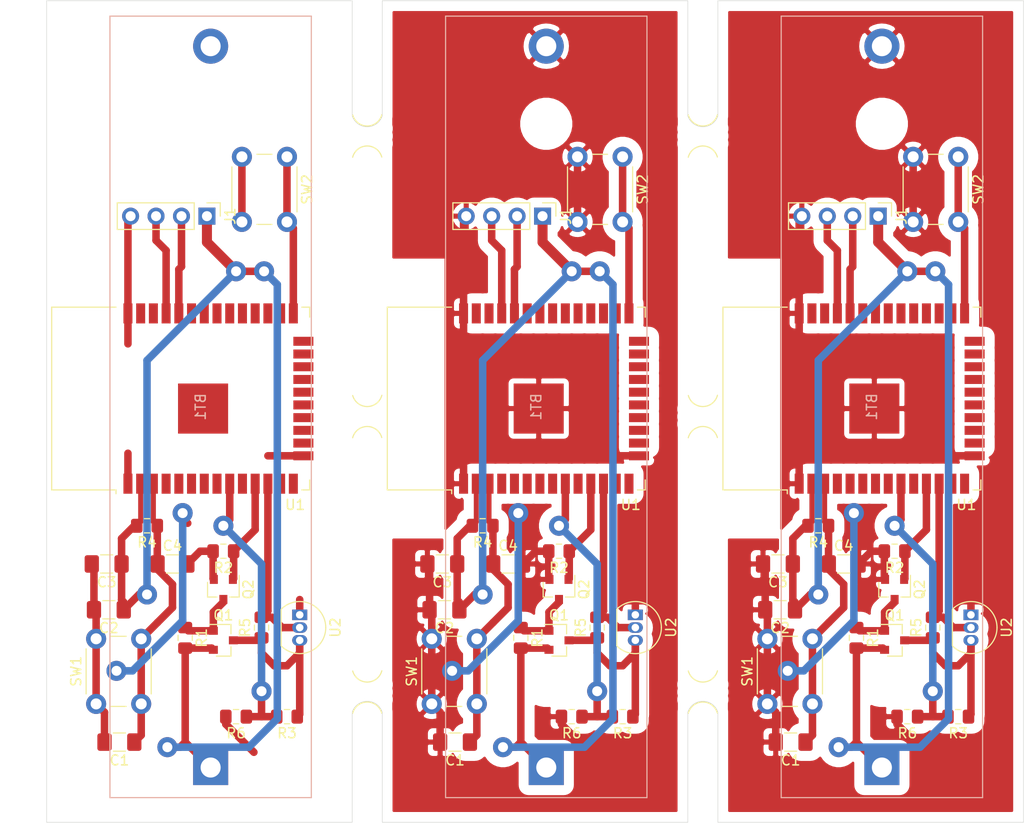
<source format=kicad_pcb>
(kicad_pcb (version 20171130) (host pcbnew 5.1.6-c6e7f7d~87~ubuntu20.04.1)
  (layers (0 F.Cu signal) (31 B.Cu signal) (34 B.Paste user) (35 F.Paste user) (36 B.SilkS user) (37 F.SilkS user) (38 B.Mask user) (39 F.Mask user) (44 Edge.Cuts user))
  (net 0 "")
  (net 1 "Net-(U1-Pad4)")
  (net 2 "Net-(U1-Pad5)")
  (net 3 "Net-(U1-Pad6)")
  (net 4 "Net-(U1-Pad7)")
  (net 5 "Net-(U1-Pad8)")
  (net 6 "Net-(U1-Pad13)")
  (net 7 "Net-(U1-Pad14)")
  (net 8 "Net-(U1-Pad16)")
  (net 9 "Net-(U1-Pad17)")
  (net 10 "Net-(U1-Pad18)")
  (net 11 "Net-(U1-Pad19)")
  (net 12 "Net-(U1-Pad20)")
  (net 13 "Net-(U1-Pad21)")
  (net 14 "Net-(U1-Pad22)")
  (net 15 "Net-(U1-Pad23)")
  (net 16 "Net-(U1-Pad24)")
  (net 17 "Net-(U1-Pad26)")
  (net 18 "Net-(U1-Pad27)")
  (net 19 "Net-(U1-Pad28)")
  (net 20 "Net-(U1-Pad29)")
  (net 21 "Net-(U1-Pad30)")
  (net 22 "Net-(U1-Pad31)")
  (net 23 "Net-(U1-Pad32)")
  (net 24 "Net-(U1-Pad33)")
  (net 25 "Net-(U1-Pad36)")
  (net 26 "Net-(U1-Pad37)")
  (net 27 /EN)
  (net 28 GND)
  (net 29 VCC)
  (net 30 /TX)
  (net 31 /RX)
  (net 32 "Net-(Q1-Pad1)")
  (net 33 /SVDD)
  (net 34 /PC)
  (net 35 "Net-(SW2-Pad1)")
  (net 36 /wire)
  (net 37 "Net-(U1-Pad10)")
  (net 38 /VD)
  (module panel:mouse-bite-3mm-slot (layer F.Cu) (at 88.5 62.5 90)
    (fp_text reference mouse-bite-3mm-slot hide)
    (fp_text value VAL** hide)
    (pad "" np_thru_hole circle (at 0 -1.3 90) (size 0.5 0.5) (drill 0.5) (layers *.Cu *.Mask))
    (pad "" np_thru_hole circle (at 0 1.3 90) (size 0.5 0.5) (drill 0.5) (layers *.Cu *.Mask))
    (pad "" np_thru_hole circle (at 0.75 -1.3 90) (size 0.5 0.5) (drill 0.5) (layers *.Cu *.Mask))
    (pad "" np_thru_hole circle (at -0.75 -1.3 90) (size 0.5 0.5) (drill 0.5) (layers *.Cu *.Mask))
    (pad "" np_thru_hole circle (at -0.75 1.3 90) (size 0.5 0.5) (drill 0.5) (layers *.Cu *.Mask))
    (pad "" np_thru_hole circle (at 0.75 1.3 90) (size 0.5 0.5) (drill 0.5) (layers *.Cu *.Mask))
  )
  (module panel:mouse-bite-3mm-slot (layer F.Cu) (at 88.5 34.5 90)
    (fp_text reference mouse-bite-3mm-slot hide)
    (fp_text value VAL** hide)
    (pad "" np_thru_hole circle (at 0 -1.3 90) (size 0.5 0.5) (drill 0.5) (layers *.Cu *.Mask))
    (pad "" np_thru_hole circle (at 0 1.3 90) (size 0.5 0.5) (drill 0.5) (layers *.Cu *.Mask))
    (pad "" np_thru_hole circle (at 0.75 -1.3 90) (size 0.5 0.5) (drill 0.5) (layers *.Cu *.Mask))
    (pad "" np_thru_hole circle (at -0.75 -1.3 90) (size 0.5 0.5) (drill 0.5) (layers *.Cu *.Mask))
    (pad "" np_thru_hole circle (at -0.75 1.3 90) (size 0.5 0.5) (drill 0.5) (layers *.Cu *.Mask))
    (pad "" np_thru_hole circle (at 0.75 1.3 90) (size 0.5 0.5) (drill 0.5) (layers *.Cu *.Mask))
  )
  (module panel:mouse-bite-3mm-slot (layer F.Cu) (at 88.5 90 90)
    (fp_text reference mouse-bite-3mm-slot hide)
    (fp_text value VAL** hide)
    (pad "" np_thru_hole circle (at 0 -1.3 90) (size 0.5 0.5) (drill 0.5) (layers *.Cu *.Mask))
    (pad "" np_thru_hole circle (at 0 1.3 90) (size 0.5 0.5) (drill 0.5) (layers *.Cu *.Mask))
    (pad "" np_thru_hole circle (at 0.75 -1.3 90) (size 0.5 0.5) (drill 0.5) (layers *.Cu *.Mask))
    (pad "" np_thru_hole circle (at -0.75 -1.3 90) (size 0.5 0.5) (drill 0.5) (layers *.Cu *.Mask))
    (pad "" np_thru_hole circle (at -0.75 1.3 90) (size 0.5 0.5) (drill 0.5) (layers *.Cu *.Mask))
    (pad "" np_thru_hole circle (at 0.75 1.3 90) (size 0.5 0.5) (drill 0.5) (layers *.Cu *.Mask))
  )
  (module Button_Switch_THT:SW_PUSH_6mm_H4.3mm (layer F.Cu) (at 113.99 36.576 270)
    (fp_text reference SW2 (at 3.25 -2 90) (layer F.SilkS))
    (fp_text value SW_Push)
    (pad 1 thru_hole circle (at 6.5 0) (size 2 2) (drill 1.1) (layers *.Cu *.Mask) (net 35 "Net-(SW2-Pad1)"))
    (pad 2 thru_hole circle (at 6.5 4.5) (size 2 2) (drill 1.1) (layers *.Cu *.Mask) (net 28 GND))
    (pad 1 thru_hole circle (at 0 0) (size 2 2) (drill 1.1) (layers *.Cu *.Mask) (net 35 "Net-(SW2-Pad1)"))
    (pad 2 thru_hole circle (at 0 4.5) (size 2 2) (drill 1.1) (layers *.Cu *.Mask) (net 28 GND))
  )
  (module Button_Switch_THT:SW_PUSH_6mm_H4.3mm (layer F.Cu) (at 80.49 36.576 270)
    (fp_text reference SW2 (at 3.25 -2 90) (layer F.SilkS))
    (fp_text value SW_Push)
    (pad 1 thru_hole circle (at 6.5 0) (size 2 2) (drill 1.1) (layers *.Cu *.Mask) (net 35 "Net-(SW2-Pad1)"))
    (pad 2 thru_hole circle (at 6.5 4.5) (size 2 2) (drill 1.1) (layers *.Cu *.Mask) (net 28 GND))
    (pad 1 thru_hole circle (at 0 0) (size 2 2) (drill 1.1) (layers *.Cu *.Mask) (net 35 "Net-(SW2-Pad1)"))
    (pad 2 thru_hole circle (at 0 4.5) (size 2 2) (drill 1.1) (layers *.Cu *.Mask) (net 28 GND))
  )
  (module Resistor_SMD:R_0805_2012Metric_Pad1.15x1.40mm_HandSolder (layer F.Cu) (at 111.45 83.566 90)
    (fp_text reference R5 (at 0 -1.65 90) (layer F.SilkS))
    (fp_text value 4.7k)
    (pad 1 smd roundrect (at -1.025 0 90) (size 1.15 1.4) (layers F.Cu F.Paste F.Mask) (roundrect_rratio 0.217391) (net 33 /SVDD))
    (pad 2 smd roundrect (at 1.025 0 90) (size 1.15 1.4) (layers F.Cu F.Paste F.Mask) (roundrect_rratio 0.217391) (net 36 /wire))
  )
  (module Resistor_SMD:R_0805_2012Metric_Pad1.15x1.40mm_HandSolder (layer F.Cu) (at 77.95 83.566 90)
    (fp_text reference R5 (at 0 -1.65 90) (layer F.SilkS))
    (fp_text value 4.7k)
    (pad 1 smd roundrect (at -1.025 0 90) (size 1.15 1.4) (layers F.Cu F.Paste F.Mask) (roundrect_rratio 0.217391) (net 33 /SVDD))
    (pad 2 smd roundrect (at 1.025 0 90) (size 1.15 1.4) (layers F.Cu F.Paste F.Mask) (roundrect_rratio 0.217391) (net 36 /wire))
  )
  (module Resistor_SMD:R_0805_2012Metric_Pad1.15x1.40mm_HandSolder (layer F.Cu) (at 108.91 92.456 180)
    (fp_text reference R6 (at 0 -1.65) (layer F.SilkS))
    (fp_text value 100R)
    (pad 2 smd roundrect (at 1.025 0 180) (size 1.15 1.4) (layers F.Cu F.Paste F.Mask) (roundrect_rratio 0.217391) (net 28 GND))
    (pad 1 smd roundrect (at -1.025 0 180) (size 1.15 1.4) (layers F.Cu F.Paste F.Mask) (roundrect_rratio 0.217391) (net 38 /VD))
  )
  (module Resistor_SMD:R_0805_2012Metric_Pad1.15x1.40mm_HandSolder (layer F.Cu) (at 75.41 92.456 180)
    (fp_text reference R6 (at 0 -1.65) (layer F.SilkS))
    (fp_text value 100R)
    (pad 2 smd roundrect (at 1.025 0 180) (size 1.15 1.4) (layers F.Cu F.Paste F.Mask) (roundrect_rratio 0.217391) (net 28 GND))
    (pad 1 smd roundrect (at -1.025 0 180) (size 1.15 1.4) (layers F.Cu F.Paste F.Mask) (roundrect_rratio 0.217391) (net 38 /VD))
  )
  (module Button_Switch_THT:SW_PUSH_6mm_H4.3mm (layer F.Cu) (at 94.94 91.186 90)
    (fp_text reference SW1 (at 3.25 -2 90) (layer F.SilkS))
    (fp_text value SW_Push)
    (pad 2 thru_hole circle (at 0 4.5 180) (size 2 2) (drill 1.1) (layers *.Cu *.Mask) (net 27 /EN))
    (pad 1 thru_hole circle (at 0 0 180) (size 2 2) (drill 1.1) (layers *.Cu *.Mask) (net 28 GND))
    (pad 2 thru_hole circle (at 6.5 4.5 180) (size 2 2) (drill 1.1) (layers *.Cu *.Mask) (net 27 /EN))
    (pad 1 thru_hole circle (at 6.5 0 180) (size 2 2) (drill 1.1) (layers *.Cu *.Mask) (net 28 GND))
  )
  (module Button_Switch_THT:SW_PUSH_6mm_H4.3mm (layer F.Cu) (at 61.44 91.186 90)
    (fp_text reference SW1 (at 3.25 -2 90) (layer F.SilkS))
    (fp_text value SW_Push)
    (pad 2 thru_hole circle (at 0 4.5 180) (size 2 2) (drill 1.1) (layers *.Cu *.Mask) (net 27 /EN))
    (pad 1 thru_hole circle (at 0 0 180) (size 2 2) (drill 1.1) (layers *.Cu *.Mask) (net 28 GND))
    (pad 2 thru_hole circle (at 6.5 4.5 180) (size 2 2) (drill 1.1) (layers *.Cu *.Mask) (net 27 /EN))
    (pad 1 thru_hole circle (at 6.5 0 180) (size 2 2) (drill 1.1) (layers *.Cu *.Mask) (net 28 GND))
  )
  (module RF_Module:ESP32-WROOM-32 (layer F.Cu) (at 106.37 60.706 90)
    (fp_text reference U1 (at -10.61 8.43) (layer F.SilkS))
    (fp_text value ESP32-WROOM-32)
    (pad 38 smd rect (at 8.5 -8.255 90) (size 2 0.9) (layers F.Cu F.Paste F.Mask) (net 28 GND))
    (pad 37 smd rect (at 8.5 -6.985 90) (size 2 0.9) (layers F.Cu F.Paste F.Mask) (net 26 "Net-(U1-Pad37)"))
    (pad 36 smd rect (at 8.5 -5.715 90) (size 2 0.9) (layers F.Cu F.Paste F.Mask) (net 25 "Net-(U1-Pad36)"))
    (pad 35 smd rect (at 8.5 -4.445 90) (size 2 0.9) (layers F.Cu F.Paste F.Mask) (net 30 /TX))
    (pad 34 smd rect (at 8.5 -3.175 90) (size 2 0.9) (layers F.Cu F.Paste F.Mask) (net 31 /RX))
    (pad 33 smd rect (at 8.5 -1.905 90) (size 2 0.9) (layers F.Cu F.Paste F.Mask) (net 24 "Net-(U1-Pad33)"))
    (pad 32 smd rect (at 8.5 -0.635 90) (size 2 0.9) (layers F.Cu F.Paste F.Mask) (net 23 "Net-(U1-Pad32)"))
    (pad 31 smd rect (at 8.5 0.635 90) (size 2 0.9) (layers F.Cu F.Paste F.Mask) (net 22 "Net-(U1-Pad31)"))
    (pad 30 smd rect (at 8.5 1.905 90) (size 2 0.9) (layers F.Cu F.Paste F.Mask) (net 21 "Net-(U1-Pad30)"))
    (pad 29 smd rect (at 8.5 3.175 90) (size 2 0.9) (layers F.Cu F.Paste F.Mask) (net 20 "Net-(U1-Pad29)"))
    (pad 28 smd rect (at 8.5 4.445 90) (size 2 0.9) (layers F.Cu F.Paste F.Mask) (net 19 "Net-(U1-Pad28)"))
    (pad 27 smd rect (at 8.5 5.715 90) (size 2 0.9) (layers F.Cu F.Paste F.Mask) (net 18 "Net-(U1-Pad27)"))
    (pad 26 smd rect (at 8.5 6.985 90) (size 2 0.9) (layers F.Cu F.Paste F.Mask) (net 17 "Net-(U1-Pad26)"))
    (pad 25 smd rect (at 8.5 8.255 90) (size 2 0.9) (layers F.Cu F.Paste F.Mask) (net 35 "Net-(SW2-Pad1)"))
    (pad 24 smd rect (at 5.715 9.255 180) (size 2 0.9) (layers F.Cu F.Paste F.Mask) (net 16 "Net-(U1-Pad24)"))
    (pad 23 smd rect (at 4.445 9.255 180) (size 2 0.9) (layers F.Cu F.Paste F.Mask) (net 15 "Net-(U1-Pad23)"))
    (pad 22 smd rect (at 3.175 9.255 180) (size 2 0.9) (layers F.Cu F.Paste F.Mask) (net 14 "Net-(U1-Pad22)"))
    (pad 21 smd rect (at 1.905 9.255 180) (size 2 0.9) (layers F.Cu F.Paste F.Mask) (net 13 "Net-(U1-Pad21)"))
    (pad 20 smd rect (at 0.635 9.255 180) (size 2 0.9) (layers F.Cu F.Paste F.Mask) (net 12 "Net-(U1-Pad20)"))
    (pad 19 smd rect (at -0.635 9.255 180) (size 2 0.9) (layers F.Cu F.Paste F.Mask) (net 11 "Net-(U1-Pad19)"))
    (pad 18 smd rect (at -1.905 9.255 180) (size 2 0.9) (layers F.Cu F.Paste F.Mask) (net 10 "Net-(U1-Pad18)"))
    (pad 17 smd rect (at -3.175 9.255 180) (size 2 0.9) (layers F.Cu F.Paste F.Mask) (net 9 "Net-(U1-Pad17)"))
    (pad 16 smd rect (at -4.445 9.255 180) (size 2 0.9) (layers F.Cu F.Paste F.Mask) (net 8 "Net-(U1-Pad16)"))
    (pad 15 smd rect (at -5.715 9.255 180) (size 2 0.9) (layers F.Cu F.Paste F.Mask) (net 28 GND))
    (pad 14 smd rect (at -8.5 8.255 90) (size 2 0.9) (layers F.Cu F.Paste F.Mask) (net 7 "Net-(U1-Pad14)"))
    (pad 13 smd rect (at -8.5 6.985 90) (size 2 0.9) (layers F.Cu F.Paste F.Mask) (net 6 "Net-(U1-Pad13)"))
    (pad 12 smd rect (at -8.5 5.715 90) (size 2 0.9) (layers F.Cu F.Paste F.Mask) (net 36 /wire))
    (pad 11 smd rect (at -8.5 4.445 90) (size 2 0.9) (layers F.Cu F.Paste F.Mask) (net 34 /PC))
    (pad 10 smd rect (at -8.5 3.175 90) (size 2 0.9) (layers F.Cu F.Paste F.Mask) (net 37 "Net-(U1-Pad10)"))
    (pad 9 smd rect (at -8.5 1.905 90) (size 2 0.9) (layers F.Cu F.Paste F.Mask) (net 38 /VD))
    (pad 8 smd rect (at -8.5 0.635 90) (size 2 0.9) (layers F.Cu F.Paste F.Mask) (net 5 "Net-(U1-Pad8)"))
    (pad 7 smd rect (at -8.5 -0.635 90) (size 2 0.9) (layers F.Cu F.Paste F.Mask) (net 4 "Net-(U1-Pad7)"))
    (pad 6 smd rect (at -8.5 -1.905 90) (size 2 0.9) (layers F.Cu F.Paste F.Mask) (net 3 "Net-(U1-Pad6)"))
    (pad 5 smd rect (at -8.5 -3.175 90) (size 2 0.9) (layers F.Cu F.Paste F.Mask) (net 2 "Net-(U1-Pad5)"))
    (pad 4 smd rect (at -8.5 -4.445 90) (size 2 0.9) (layers F.Cu F.Paste F.Mask) (net 1 "Net-(U1-Pad4)"))
    (pad 3 smd rect (at -8.5 -5.715 90) (size 2 0.9) (layers F.Cu F.Paste F.Mask) (net 27 /EN))
    (pad 2 smd rect (at -8.5 -6.985 90) (size 2 0.9) (layers F.Cu F.Paste F.Mask) (net 29 VCC))
    (pad 1 smd rect (at -8.5 -8.255 90) (size 2 0.9) (layers F.Cu F.Paste F.Mask) (net 28 GND))
    (pad 39 smd rect (at -1 -0.755 90) (size 5 5) (layers F.Cu F.Paste F.Mask) (net 28 GND))
  )
  (module RF_Module:ESP32-WROOM-32 (layer F.Cu) (at 72.87 60.706 90)
    (fp_text reference U1 (at -10.61 8.43) (layer F.SilkS))
    (fp_text value ESP32-WROOM-32)
    (pad 38 smd rect (at 8.5 -8.255 90) (size 2 0.9) (layers F.Cu F.Paste F.Mask) (net 28 GND))
    (pad 37 smd rect (at 8.5 -6.985 90) (size 2 0.9) (layers F.Cu F.Paste F.Mask) (net 26 "Net-(U1-Pad37)"))
    (pad 36 smd rect (at 8.5 -5.715 90) (size 2 0.9) (layers F.Cu F.Paste F.Mask) (net 25 "Net-(U1-Pad36)"))
    (pad 35 smd rect (at 8.5 -4.445 90) (size 2 0.9) (layers F.Cu F.Paste F.Mask) (net 30 /TX))
    (pad 34 smd rect (at 8.5 -3.175 90) (size 2 0.9) (layers F.Cu F.Paste F.Mask) (net 31 /RX))
    (pad 33 smd rect (at 8.5 -1.905 90) (size 2 0.9) (layers F.Cu F.Paste F.Mask) (net 24 "Net-(U1-Pad33)"))
    (pad 32 smd rect (at 8.5 -0.635 90) (size 2 0.9) (layers F.Cu F.Paste F.Mask) (net 23 "Net-(U1-Pad32)"))
    (pad 31 smd rect (at 8.5 0.635 90) (size 2 0.9) (layers F.Cu F.Paste F.Mask) (net 22 "Net-(U1-Pad31)"))
    (pad 30 smd rect (at 8.5 1.905 90) (size 2 0.9) (layers F.Cu F.Paste F.Mask) (net 21 "Net-(U1-Pad30)"))
    (pad 29 smd rect (at 8.5 3.175 90) (size 2 0.9) (layers F.Cu F.Paste F.Mask) (net 20 "Net-(U1-Pad29)"))
    (pad 28 smd rect (at 8.5 4.445 90) (size 2 0.9) (layers F.Cu F.Paste F.Mask) (net 19 "Net-(U1-Pad28)"))
    (pad 27 smd rect (at 8.5 5.715 90) (size 2 0.9) (layers F.Cu F.Paste F.Mask) (net 18 "Net-(U1-Pad27)"))
    (pad 26 smd rect (at 8.5 6.985 90) (size 2 0.9) (layers F.Cu F.Paste F.Mask) (net 17 "Net-(U1-Pad26)"))
    (pad 25 smd rect (at 8.5 8.255 90) (size 2 0.9) (layers F.Cu F.Paste F.Mask) (net 35 "Net-(SW2-Pad1)"))
    (pad 24 smd rect (at 5.715 9.255 180) (size 2 0.9) (layers F.Cu F.Paste F.Mask) (net 16 "Net-(U1-Pad24)"))
    (pad 23 smd rect (at 4.445 9.255 180) (size 2 0.9) (layers F.Cu F.Paste F.Mask) (net 15 "Net-(U1-Pad23)"))
    (pad 22 smd rect (at 3.175 9.255 180) (size 2 0.9) (layers F.Cu F.Paste F.Mask) (net 14 "Net-(U1-Pad22)"))
    (pad 21 smd rect (at 1.905 9.255 180) (size 2 0.9) (layers F.Cu F.Paste F.Mask) (net 13 "Net-(U1-Pad21)"))
    (pad 20 smd rect (at 0.635 9.255 180) (size 2 0.9) (layers F.Cu F.Paste F.Mask) (net 12 "Net-(U1-Pad20)"))
    (pad 19 smd rect (at -0.635 9.255 180) (size 2 0.9) (layers F.Cu F.Paste F.Mask) (net 11 "Net-(U1-Pad19)"))
    (pad 18 smd rect (at -1.905 9.255 180) (size 2 0.9) (layers F.Cu F.Paste F.Mask) (net 10 "Net-(U1-Pad18)"))
    (pad 17 smd rect (at -3.175 9.255 180) (size 2 0.9) (layers F.Cu F.Paste F.Mask) (net 9 "Net-(U1-Pad17)"))
    (pad 16 smd rect (at -4.445 9.255 180) (size 2 0.9) (layers F.Cu F.Paste F.Mask) (net 8 "Net-(U1-Pad16)"))
    (pad 15 smd rect (at -5.715 9.255 180) (size 2 0.9) (layers F.Cu F.Paste F.Mask) (net 28 GND))
    (pad 14 smd rect (at -8.5 8.255 90) (size 2 0.9) (layers F.Cu F.Paste F.Mask) (net 7 "Net-(U1-Pad14)"))
    (pad 13 smd rect (at -8.5 6.985 90) (size 2 0.9) (layers F.Cu F.Paste F.Mask) (net 6 "Net-(U1-Pad13)"))
    (pad 12 smd rect (at -8.5 5.715 90) (size 2 0.9) (layers F.Cu F.Paste F.Mask) (net 36 /wire))
    (pad 11 smd rect (at -8.5 4.445 90) (size 2 0.9) (layers F.Cu F.Paste F.Mask) (net 34 /PC))
    (pad 10 smd rect (at -8.5 3.175 90) (size 2 0.9) (layers F.Cu F.Paste F.Mask) (net 37 "Net-(U1-Pad10)"))
    (pad 9 smd rect (at -8.5 1.905 90) (size 2 0.9) (layers F.Cu F.Paste F.Mask) (net 38 /VD))
    (pad 8 smd rect (at -8.5 0.635 90) (size 2 0.9) (layers F.Cu F.Paste F.Mask) (net 5 "Net-(U1-Pad8)"))
    (pad 7 smd rect (at -8.5 -0.635 90) (size 2 0.9) (layers F.Cu F.Paste F.Mask) (net 4 "Net-(U1-Pad7)"))
    (pad 6 smd rect (at -8.5 -1.905 90) (size 2 0.9) (layers F.Cu F.Paste F.Mask) (net 3 "Net-(U1-Pad6)"))
    (pad 5 smd rect (at -8.5 -3.175 90) (size 2 0.9) (layers F.Cu F.Paste F.Mask) (net 2 "Net-(U1-Pad5)"))
    (pad 4 smd rect (at -8.5 -4.445 90) (size 2 0.9) (layers F.Cu F.Paste F.Mask) (net 1 "Net-(U1-Pad4)"))
    (pad 3 smd rect (at -8.5 -5.715 90) (size 2 0.9) (layers F.Cu F.Paste F.Mask) (net 27 /EN))
    (pad 2 smd rect (at -8.5 -6.985 90) (size 2 0.9) (layers F.Cu F.Paste F.Mask) (net 29 VCC))
    (pad 1 smd rect (at -8.5 -8.255 90) (size 2 0.9) (layers F.Cu F.Paste F.Mask) (net 28 GND))
    (pad 39 smd rect (at -1 -0.755 90) (size 5 5) (layers F.Cu F.Paste F.Mask) (net 28 GND))
  )
  (module Package_TO_SOT_THT:TO-92_Inline (layer F.Cu) (at 115.26 82.296 270)
    (fp_text reference U2 (at 1.27 -3.56 90) (layer F.SilkS))
    (fp_text value DS18B20)
    (pad 1 thru_hole rect (at 0 0 270) (size 1.05 1.5) (drill 0.75) (layers *.Cu *.Mask) (net 28 GND))
    (pad 3 thru_hole oval (at 2.54 0 270) (size 1.05 1.5) (drill 0.75) (layers *.Cu *.Mask) (net 33 /SVDD))
    (pad 2 thru_hole oval (at 1.27 0 270) (size 1.05 1.5) (drill 0.75) (layers *.Cu *.Mask) (net 36 /wire))
  )
  (module Package_TO_SOT_THT:TO-92_Inline (layer F.Cu) (at 81.76 82.296 270)
    (fp_text reference U2 (at 1.27 -3.56 90) (layer F.SilkS))
    (fp_text value DS18B20)
    (pad 1 thru_hole rect (at 0 0 270) (size 1.05 1.5) (drill 0.75) (layers *.Cu *.Mask) (net 28 GND))
    (pad 3 thru_hole oval (at 2.54 0 270) (size 1.05 1.5) (drill 0.75) (layers *.Cu *.Mask) (net 33 /SVDD))
    (pad 2 thru_hole oval (at 1.27 0 270) (size 1.05 1.5) (drill 0.75) (layers *.Cu *.Mask) (net 36 /wire))
  )
  (module Battery:BatteryHolder_MPD_BH-18650-PC2 (layer B.Cu) (at 106.37 97.536 90)
    (fp_text reference BT1 (at 36 -1 90) (layer B.SilkS) (effects (justify mirror)))
    (fp_text value Battery_Cell)
    (pad "" np_thru_hole circle (at 64.255 0 90) (size 3.2 3.2) (drill 3.2) (layers *.Cu *.Mask))
    (pad "" np_thru_hole circle (at 8.645 0 90) (size 3.2 3.2) (drill 3.2) (layers *.Cu *.Mask))
    (pad 1 thru_hole rect (at 0 0 90) (size 3.5 3.5) (drill 2) (layers *.Cu *.Mask) (net 29 VCC))
    (pad 2 thru_hole circle (at 72 0 90) (size 3.5 3.5) (drill 2) (layers *.Cu *.Mask) (net 28 GND))
  )
  (module Battery:BatteryHolder_MPD_BH-18650-PC2 (layer B.Cu) (at 72.87 97.536 90)
    (fp_text reference BT1 (at 36 -1 90) (layer B.SilkS) (effects (justify mirror)))
    (fp_text value Battery_Cell)
    (pad "" np_thru_hole circle (at 64.255 0 90) (size 3.2 3.2) (drill 3.2) (layers *.Cu *.Mask))
    (pad "" np_thru_hole circle (at 8.645 0 90) (size 3.2 3.2) (drill 3.2) (layers *.Cu *.Mask))
    (pad 1 thru_hole rect (at 0 0 90) (size 3.5 3.5) (drill 2) (layers *.Cu *.Mask) (net 29 VCC))
    (pad 2 thru_hole circle (at 72 0 90) (size 3.5 3.5) (drill 2) (layers *.Cu *.Mask) (net 28 GND))
  )
  (module Resistor_SMD:R_0805_2012Metric_Pad1.15x1.40mm_HandSolder (layer F.Cu) (at 107.64 75.946 180)
    (fp_text reference R2 (at 0 -1.65) (layer F.SilkS))
    (fp_text value 10K)
    (pad 1 smd roundrect (at -1.025 0 180) (size 1.15 1.4) (layers F.Cu F.Paste F.Mask) (roundrect_rratio 0.217391) (net 34 /PC))
    (pad 2 smd roundrect (at 1.025 0 180) (size 1.15 1.4) (layers F.Cu F.Paste F.Mask) (roundrect_rratio 0.217391) (net 28 GND))
  )
  (module Resistor_SMD:R_0805_2012Metric_Pad1.15x1.40mm_HandSolder (layer F.Cu) (at 74.14 75.946 180)
    (fp_text reference R2 (at 0 -1.65) (layer F.SilkS))
    (fp_text value 10K)
    (pad 1 smd roundrect (at -1.025 0 180) (size 1.15 1.4) (layers F.Cu F.Paste F.Mask) (roundrect_rratio 0.217391) (net 34 /PC))
    (pad 2 smd roundrect (at 1.025 0 180) (size 1.15 1.4) (layers F.Cu F.Paste F.Mask) (roundrect_rratio 0.217391) (net 28 GND))
  )
  (module Resistor_SMD:R_0805_2012Metric_Pad1.15x1.40mm_HandSolder (layer F.Cu) (at 103.83 84.591 270)
    (fp_text reference R1 (at 0 -1.65 90) (layer F.SilkS))
    (fp_text value 10K)
    (pad 2 smd roundrect (at 1.025 0 270) (size 1.15 1.4) (layers F.Cu F.Paste F.Mask) (roundrect_rratio 0.217391) (net 29 VCC))
    (pad 1 smd roundrect (at -1.025 0 270) (size 1.15 1.4) (layers F.Cu F.Paste F.Mask) (roundrect_rratio 0.217391) (net 32 "Net-(Q1-Pad1)"))
  )
  (module Resistor_SMD:R_0805_2012Metric_Pad1.15x1.40mm_HandSolder (layer F.Cu) (at 70.33 84.591 270)
    (fp_text reference R1 (at 0 -1.65 90) (layer F.SilkS))
    (fp_text value 10K)
    (pad 2 smd roundrect (at 1.025 0 270) (size 1.15 1.4) (layers F.Cu F.Paste F.Mask) (roundrect_rratio 0.217391) (net 29 VCC))
    (pad 1 smd roundrect (at -1.025 0 270) (size 1.15 1.4) (layers F.Cu F.Paste F.Mask) (roundrect_rratio 0.217391) (net 32 "Net-(Q1-Pad1)"))
  )
  (module Package_TO_SOT_SMD:SOT-23 (layer F.Cu) (at 107.64 79.756 270)
    (fp_text reference Q2 (at 0 -2.5 90) (layer F.SilkS))
    (fp_text value AO3400A)
    (pad 1 smd rect (at -1 -0.95 270) (size 0.9 0.8) (layers F.Cu F.Paste F.Mask) (net 34 /PC))
    (pad 2 smd rect (at -1 0.95 270) (size 0.9 0.8) (layers F.Cu F.Paste F.Mask) (net 28 GND))
    (pad 3 smd rect (at 1 0 270) (size 0.9 0.8) (layers F.Cu F.Paste F.Mask) (net 32 "Net-(Q1-Pad1)"))
  )
  (module Package_TO_SOT_SMD:SOT-23 (layer F.Cu) (at 74.14 79.756 270)
    (fp_text reference Q2 (at 0 -2.5 90) (layer F.SilkS))
    (fp_text value AO3400A)
    (pad 1 smd rect (at -1 -0.95 270) (size 0.9 0.8) (layers F.Cu F.Paste F.Mask) (net 34 /PC))
    (pad 2 smd rect (at -1 0.95 270) (size 0.9 0.8) (layers F.Cu F.Paste F.Mask) (net 28 GND))
    (pad 3 smd rect (at 1 0 270) (size 0.9 0.8) (layers F.Cu F.Paste F.Mask) (net 32 "Net-(Q1-Pad1)"))
  )
  (module Capacitor_SMD:C_1206_3216Metric_Pad1.42x1.75mm_HandSolder (layer F.Cu) (at 97.2625 94.996 180)
    (fp_text reference C1 (at 0 -1.82) (layer F.SilkS))
    (fp_text value 0.1uF)
    (pad 1 smd roundrect (at -1.4875 0 180) (size 1.425 1.75) (layers F.Cu F.Paste F.Mask) (roundrect_rratio 0.175439) (net 27 /EN))
    (pad 2 smd roundrect (at 1.4875 0 180) (size 1.425 1.75) (layers F.Cu F.Paste F.Mask) (roundrect_rratio 0.175439) (net 28 GND))
  )
  (module Capacitor_SMD:C_1206_3216Metric_Pad1.42x1.75mm_HandSolder (layer F.Cu) (at 63.7625 94.996 180)
    (fp_text reference C1 (at 0 -1.82) (layer F.SilkS))
    (fp_text value 0.1uF)
    (pad 1 smd roundrect (at -1.4875 0 180) (size 1.425 1.75) (layers F.Cu F.Paste F.Mask) (roundrect_rratio 0.175439) (net 27 /EN))
    (pad 2 smd roundrect (at 1.4875 0 180) (size 1.425 1.75) (layers F.Cu F.Paste F.Mask) (roundrect_rratio 0.175439) (net 28 GND))
  )
  (module Resistor_SMD:R_0805_2012Metric_Pad1.15x1.40mm_HandSolder (layer F.Cu) (at 113.99 92.456 180)
    (fp_text reference R3 (at 0 -1.65) (layer F.SilkS))
    (fp_text value 10R)
    (pad 1 smd roundrect (at -1.025 0 180) (size 1.15 1.4) (layers F.Cu F.Paste F.Mask) (roundrect_rratio 0.217391) (net 33 /SVDD))
    (pad 2 smd roundrect (at 1.025 0 180) (size 1.15 1.4) (layers F.Cu F.Paste F.Mask) (roundrect_rratio 0.217391) (net 38 /VD))
  )
  (module Resistor_SMD:R_0805_2012Metric_Pad1.15x1.40mm_HandSolder (layer F.Cu) (at 80.49 92.456 180)
    (fp_text reference R3 (at 0 -1.65) (layer F.SilkS))
    (fp_text value 10R)
    (pad 1 smd roundrect (at -1.025 0 180) (size 1.15 1.4) (layers F.Cu F.Paste F.Mask) (roundrect_rratio 0.217391) (net 33 /SVDD))
    (pad 2 smd roundrect (at 1.025 0 180) (size 1.15 1.4) (layers F.Cu F.Paste F.Mask) (roundrect_rratio 0.217391) (net 38 /VD))
  )
  (module Resistor_SMD:R_0805_2012Metric_Pad1.15x1.40mm_HandSolder (layer F.Cu) (at 100.02 73.406 180)
    (fp_text reference R4 (at 0 -1.65) (layer F.SilkS))
    (fp_text value 10K)
    (pad 2 smd roundrect (at 1.025 0 180) (size 1.15 1.4) (layers F.Cu F.Paste F.Mask) (roundrect_rratio 0.217391) (net 29 VCC))
    (pad 1 smd roundrect (at -1.025 0 180) (size 1.15 1.4) (layers F.Cu F.Paste F.Mask) (roundrect_rratio 0.217391) (net 27 /EN))
  )
  (module Resistor_SMD:R_0805_2012Metric_Pad1.15x1.40mm_HandSolder (layer F.Cu) (at 66.52 73.406 180)
    (fp_text reference R4 (at 0 -1.65) (layer F.SilkS))
    (fp_text value 10K)
    (pad 2 smd roundrect (at 1.025 0 180) (size 1.15 1.4) (layers F.Cu F.Paste F.Mask) (roundrect_rratio 0.217391) (net 29 VCC))
    (pad 1 smd roundrect (at -1.025 0 180) (size 1.15 1.4) (layers F.Cu F.Paste F.Mask) (roundrect_rratio 0.217391) (net 27 /EN))
  )
  (module Capacitor_SMD:C_1206_3216Metric_Pad1.42x1.75mm_HandSolder (layer F.Cu) (at 96.21 81.788 180)
    (fp_text reference C2 (at 0 -1.82) (layer F.SilkS))
    (fp_text value 22uF)
    (pad 2 smd roundrect (at 1.4875 0 180) (size 1.425 1.75) (layers F.Cu F.Paste F.Mask) (roundrect_rratio 0.175439) (net 28 GND))
    (pad 1 smd roundrect (at -1.4875 0 180) (size 1.425 1.75) (layers F.Cu F.Paste F.Mask) (roundrect_rratio 0.175439) (net 29 VCC))
  )
  (module Capacitor_SMD:C_1206_3216Metric_Pad1.42x1.75mm_HandSolder (layer F.Cu) (at 62.71 81.788 180)
    (fp_text reference C2 (at 0 -1.82) (layer F.SilkS))
    (fp_text value 22uF)
    (pad 2 smd roundrect (at 1.4875 0 180) (size 1.425 1.75) (layers F.Cu F.Paste F.Mask) (roundrect_rratio 0.175439) (net 28 GND))
    (pad 1 smd roundrect (at -1.4875 0 180) (size 1.425 1.75) (layers F.Cu F.Paste F.Mask) (roundrect_rratio 0.175439) (net 29 VCC))
  )
  (module Capacitor_SMD:C_1206_3216Metric_Pad1.42x1.75mm_HandSolder (layer F.Cu) (at 102.56 77.216)
    (fp_text reference C4 (at 0 -1.82) (layer F.SilkS))
    (fp_text value 0.1uF)
    (pad 2 smd roundrect (at 1.4875 0) (size 1.425 1.75) (layers F.Cu F.Paste F.Mask) (roundrect_rratio 0.175439) (net 28 GND))
    (pad 1 smd roundrect (at -1.4875 0) (size 1.425 1.75) (layers F.Cu F.Paste F.Mask) (roundrect_rratio 0.175439) (net 27 /EN))
  )
  (module Capacitor_SMD:C_1206_3216Metric_Pad1.42x1.75mm_HandSolder (layer F.Cu) (at 69.06 77.216)
    (fp_text reference C4 (at 0 -1.82) (layer F.SilkS))
    (fp_text value 0.1uF)
    (pad 2 smd roundrect (at 1.4875 0) (size 1.425 1.75) (layers F.Cu F.Paste F.Mask) (roundrect_rratio 0.175439) (net 28 GND))
    (pad 1 smd roundrect (at -1.4875 0) (size 1.425 1.75) (layers F.Cu F.Paste F.Mask) (roundrect_rratio 0.175439) (net 27 /EN))
  )
  (module Capacitor_SMD:C_1206_3216Metric_Pad1.42x1.75mm_HandSolder (layer F.Cu) (at 95.9925 77.216 180)
    (fp_text reference C3 (at 0 -1.82) (layer F.SilkS))
    (fp_text value 0.1uF)
    (pad 1 smd roundrect (at -1.4875 0 180) (size 1.425 1.75) (layers F.Cu F.Paste F.Mask) (roundrect_rratio 0.175439) (net 29 VCC))
    (pad 2 smd roundrect (at 1.4875 0 180) (size 1.425 1.75) (layers F.Cu F.Paste F.Mask) (roundrect_rratio 0.175439) (net 28 GND))
  )
  (module Capacitor_SMD:C_1206_3216Metric_Pad1.42x1.75mm_HandSolder (layer F.Cu) (at 62.4925 77.216 180)
    (fp_text reference C3 (at 0 -1.82) (layer F.SilkS))
    (fp_text value 0.1uF)
    (pad 1 smd roundrect (at -1.4875 0 180) (size 1.425 1.75) (layers F.Cu F.Paste F.Mask) (roundrect_rratio 0.175439) (net 29 VCC))
    (pad 2 smd roundrect (at 1.4875 0 180) (size 1.425 1.75) (layers F.Cu F.Paste F.Mask) (roundrect_rratio 0.175439) (net 28 GND))
  )
  (module Connector_PinHeader_2.54mm:PinHeader_1x04_P2.54mm_Vertical (layer F.Cu) (at 106 42.5 270)
    (fp_text reference J1 (at 0 -2.33 90) (layer F.SilkS))
    (fp_text value Conn_01x04_Male)
    (pad 4 thru_hole oval (at 0 7.62 270) (size 1.7 1.7) (drill 1) (layers *.Cu *.Mask) (net 28 GND))
    (pad 3 thru_hole oval (at 0 5.08 270) (size 1.7 1.7) (drill 1) (layers *.Cu *.Mask) (net 30 /TX))
    (pad 2 thru_hole oval (at 0 2.54 270) (size 1.7 1.7) (drill 1) (layers *.Cu *.Mask) (net 31 /RX))
    (pad 1 thru_hole rect (at 0 0 270) (size 1.7 1.7) (drill 1) (layers *.Cu *.Mask) (net 29 VCC))
  )
  (module Connector_PinHeader_2.54mm:PinHeader_1x04_P2.54mm_Vertical (layer F.Cu) (at 72.5 42.5 270)
    (fp_text reference J1 (at 0 -2.33 90) (layer F.SilkS))
    (fp_text value Conn_01x04_Male)
    (pad 4 thru_hole oval (at 0 7.62 270) (size 1.7 1.7) (drill 1) (layers *.Cu *.Mask) (net 28 GND))
    (pad 3 thru_hole oval (at 0 5.08 270) (size 1.7 1.7) (drill 1) (layers *.Cu *.Mask) (net 30 /TX))
    (pad 2 thru_hole oval (at 0 2.54 270) (size 1.7 1.7) (drill 1) (layers *.Cu *.Mask) (net 31 /RX))
    (pad 1 thru_hole rect (at 0 0 270) (size 1.7 1.7) (drill 1) (layers *.Cu *.Mask) (net 29 VCC))
  )
  (module Package_TO_SOT_SMD:SOT-23 (layer F.Cu) (at 107.64 84.836)
    (fp_text reference Q1 (at 0 -2.5) (layer F.SilkS))
    (fp_text value AO3401A)
    (pad 3 smd rect (at 1 0) (size 0.9 0.8) (layers F.Cu F.Paste F.Mask) (net 33 /SVDD))
    (pad 2 smd rect (at -1 0.95) (size 0.9 0.8) (layers F.Cu F.Paste F.Mask) (net 29 VCC))
    (pad 1 smd rect (at -1 -0.95) (size 0.9 0.8) (layers F.Cu F.Paste F.Mask) (net 32 "Net-(Q1-Pad1)"))
  )
  (module Package_TO_SOT_SMD:SOT-23 (layer F.Cu) (at 74.14 84.836)
    (fp_text reference Q1 (at 0 -2.5) (layer F.SilkS))
    (fp_text value AO3401A)
    (pad 3 smd rect (at 1 0) (size 0.9 0.8) (layers F.Cu F.Paste F.Mask) (net 33 /SVDD))
    (pad 2 smd rect (at -1 0.95) (size 0.9 0.8) (layers F.Cu F.Paste F.Mask) (net 29 VCC))
    (pad 1 smd rect (at -1 -0.95) (size 0.9 0.8) (layers F.Cu F.Paste F.Mask) (net 32 "Net-(Q1-Pad1)"))
  )
  (module panel:mouse-bite-3mm-slot (layer F.Cu) (at 55 90 90)
    (fp_text reference mouse-bite-3mm-slot hide)
    (fp_text value VAL** hide)
    (pad "" np_thru_hole circle (at 0.75 1.3 90) (size 0.5 0.5) (drill 0.5) (layers *.Cu *.Mask))
    (pad "" np_thru_hole circle (at -0.75 1.3 90) (size 0.5 0.5) (drill 0.5) (layers *.Cu *.Mask))
    (pad "" np_thru_hole circle (at -0.75 -1.3 90) (size 0.5 0.5) (drill 0.5) (layers *.Cu *.Mask))
    (pad "" np_thru_hole circle (at 0.75 -1.3 90) (size 0.5 0.5) (drill 0.5) (layers *.Cu *.Mask))
    (pad "" np_thru_hole circle (at 0 1.3 90) (size 0.5 0.5) (drill 0.5) (layers *.Cu *.Mask))
    (pad "" np_thru_hole circle (at 0 -1.3 90) (size 0.5 0.5) (drill 0.5) (layers *.Cu *.Mask))
  )
  (module panel:mouse-bite-3mm-slot (layer F.Cu) (at 55 62.5 90)
    (fp_text reference mouse-bite-3mm-slot hide)
    (fp_text value VAL** hide)
    (pad "" np_thru_hole circle (at 0.75 1.3 90) (size 0.5 0.5) (drill 0.5) (layers *.Cu *.Mask))
    (pad "" np_thru_hole circle (at -0.75 1.3 90) (size 0.5 0.5) (drill 0.5) (layers *.Cu *.Mask))
    (pad "" np_thru_hole circle (at -0.75 -1.3 90) (size 0.5 0.5) (drill 0.5) (layers *.Cu *.Mask))
    (pad "" np_thru_hole circle (at 0.75 -1.3 90) (size 0.5 0.5) (drill 0.5) (layers *.Cu *.Mask))
    (pad "" np_thru_hole circle (at 0 1.3 90) (size 0.5 0.5) (drill 0.5) (layers *.Cu *.Mask))
    (pad "" np_thru_hole circle (at 0 -1.3 90) (size 0.5 0.5) (drill 0.5) (layers *.Cu *.Mask))
  )
  (module panel:mouse-bite-3mm-slot (layer F.Cu) (at 55 34.5 90)
    (fp_text reference mouse-bite-3mm-slot hide)
    (fp_text value VAL** hide)
    (pad "" np_thru_hole circle (at 0.75 1.3 90) (size 0.5 0.5) (drill 0.5) (layers *.Cu *.Mask))
    (pad "" np_thru_hole circle (at -0.75 1.3 90) (size 0.5 0.5) (drill 0.5) (layers *.Cu *.Mask))
    (pad "" np_thru_hole circle (at -0.75 -1.3 90) (size 0.5 0.5) (drill 0.5) (layers *.Cu *.Mask))
    (pad "" np_thru_hole circle (at 0.75 -1.3 90) (size 0.5 0.5) (drill 0.5) (layers *.Cu *.Mask))
    (pad "" np_thru_hole circle (at 0 1.3 90) (size 0.5 0.5) (drill 0.5) (layers *.Cu *.Mask))
    (pad "" np_thru_hole circle (at 0 -1.3 90) (size 0.5 0.5) (drill 0.5) (layers *.Cu *.Mask))
  )
  (module Battery:BatteryHolder_MPD_BH-18650-PC2 (layer B.Cu) (at 39.37 97.536 90)
    (fp_text reference BT1 (at 36 -1 90) (layer B.SilkS) (effects (justify mirror)))
    (fp_text value Battery_Cell)
    (pad 2 thru_hole circle (at 72 0 90) (size 3.5 3.5) (drill 2) (layers *.Cu *.Mask) (net 28 GND))
    (pad 1 thru_hole rect (at 0 0 90) (size 3.5 3.5) (drill 2) (layers *.Cu *.Mask) (net 29 VCC))
    (pad "" np_thru_hole circle (at 8.645 0 90) (size 3.2 3.2) (drill 3.2) (layers *.Cu *.Mask))
    (pad "" np_thru_hole circle (at 64.255 0 90) (size 3.2 3.2) (drill 3.2) (layers *.Cu *.Mask))
  )
  (module Capacitor_SMD:C_1206_3216Metric_Pad1.42x1.75mm_HandSolder (layer F.Cu) (at 30.2625 94.996 180)
    (fp_text reference C1 (at 0 -1.82) (layer F.SilkS))
    (fp_text value 0.1uF)
    (pad 2 smd roundrect (at 1.4875 0 180) (size 1.425 1.75) (layers F.Cu F.Paste F.Mask) (roundrect_rratio 0.175439) (net 28 GND))
    (pad 1 smd roundrect (at -1.4875 0 180) (size 1.425 1.75) (layers F.Cu F.Paste F.Mask) (roundrect_rratio 0.175439) (net 27 /EN))
  )
  (module Capacitor_SMD:C_1206_3216Metric_Pad1.42x1.75mm_HandSolder (layer F.Cu) (at 29.21 81.788 180)
    (fp_text reference C2 (at 0 -1.82) (layer F.SilkS))
    (fp_text value 22uF)
    (pad 1 smd roundrect (at -1.4875 0 180) (size 1.425 1.75) (layers F.Cu F.Paste F.Mask) (roundrect_rratio 0.175439) (net 29 VCC))
    (pad 2 smd roundrect (at 1.4875 0 180) (size 1.425 1.75) (layers F.Cu F.Paste F.Mask) (roundrect_rratio 0.175439) (net 28 GND))
  )
  (module Capacitor_SMD:C_1206_3216Metric_Pad1.42x1.75mm_HandSolder (layer F.Cu) (at 28.9925 77.216 180)
    (fp_text reference C3 (at 0 -1.82) (layer F.SilkS))
    (fp_text value 0.1uF)
    (pad 2 smd roundrect (at 1.4875 0 180) (size 1.425 1.75) (layers F.Cu F.Paste F.Mask) (roundrect_rratio 0.175439) (net 28 GND))
    (pad 1 smd roundrect (at -1.4875 0 180) (size 1.425 1.75) (layers F.Cu F.Paste F.Mask) (roundrect_rratio 0.175439) (net 29 VCC))
  )
  (module Capacitor_SMD:C_1206_3216Metric_Pad1.42x1.75mm_HandSolder (layer F.Cu) (at 35.56 77.216)
    (fp_text reference C4 (at 0 -1.82) (layer F.SilkS))
    (fp_text value 0.1uF)
    (pad 1 smd roundrect (at -1.4875 0) (size 1.425 1.75) (layers F.Cu F.Paste F.Mask) (roundrect_rratio 0.175439) (net 27 /EN))
    (pad 2 smd roundrect (at 1.4875 0) (size 1.425 1.75) (layers F.Cu F.Paste F.Mask) (roundrect_rratio 0.175439) (net 28 GND))
  )
  (module Connector_PinHeader_2.54mm:PinHeader_1x04_P2.54mm_Vertical (layer F.Cu) (at 39 42.5 270)
    (fp_text reference J1 (at 0 -2.33 90) (layer F.SilkS))
    (fp_text value Conn_01x04_Male)
    (pad 1 thru_hole rect (at 0 0 270) (size 1.7 1.7) (drill 1) (layers *.Cu *.Mask) (net 29 VCC))
    (pad 2 thru_hole oval (at 0 2.54 270) (size 1.7 1.7) (drill 1) (layers *.Cu *.Mask) (net 31 /RX))
    (pad 3 thru_hole oval (at 0 5.08 270) (size 1.7 1.7) (drill 1) (layers *.Cu *.Mask) (net 30 /TX))
    (pad 4 thru_hole oval (at 0 7.62 270) (size 1.7 1.7) (drill 1) (layers *.Cu *.Mask) (net 28 GND))
  )
  (module Package_TO_SOT_SMD:SOT-23 (layer F.Cu) (at 40.64 84.836)
    (fp_text reference Q1 (at 0 -2.5) (layer F.SilkS))
    (fp_text value AO3401A)
    (pad 1 smd rect (at -1 -0.95) (size 0.9 0.8) (layers F.Cu F.Paste F.Mask) (net 32 "Net-(Q1-Pad1)"))
    (pad 2 smd rect (at -1 0.95) (size 0.9 0.8) (layers F.Cu F.Paste F.Mask) (net 29 VCC))
    (pad 3 smd rect (at 1 0) (size 0.9 0.8) (layers F.Cu F.Paste F.Mask) (net 33 /SVDD))
  )
  (module Package_TO_SOT_SMD:SOT-23 (layer F.Cu) (at 40.64 79.756 270)
    (fp_text reference Q2 (at 0 -2.5 90) (layer F.SilkS))
    (fp_text value AO3400A)
    (pad 3 smd rect (at 1 0 270) (size 0.9 0.8) (layers F.Cu F.Paste F.Mask) (net 32 "Net-(Q1-Pad1)"))
    (pad 2 smd rect (at -1 0.95 270) (size 0.9 0.8) (layers F.Cu F.Paste F.Mask) (net 28 GND))
    (pad 1 smd rect (at -1 -0.95 270) (size 0.9 0.8) (layers F.Cu F.Paste F.Mask) (net 34 /PC))
  )
  (module Resistor_SMD:R_0805_2012Metric_Pad1.15x1.40mm_HandSolder (layer F.Cu) (at 36.83 84.591 270)
    (fp_text reference R1 (at 0 -1.65 90) (layer F.SilkS))
    (fp_text value 10K)
    (pad 1 smd roundrect (at -1.025 0 270) (size 1.15 1.4) (layers F.Cu F.Paste F.Mask) (roundrect_rratio 0.217391) (net 32 "Net-(Q1-Pad1)"))
    (pad 2 smd roundrect (at 1.025 0 270) (size 1.15 1.4) (layers F.Cu F.Paste F.Mask) (roundrect_rratio 0.217391) (net 29 VCC))
  )
  (module Resistor_SMD:R_0805_2012Metric_Pad1.15x1.40mm_HandSolder (layer F.Cu) (at 40.64 75.946 180)
    (fp_text reference R2 (at 0 -1.65) (layer F.SilkS))
    (fp_text value 10K)
    (pad 2 smd roundrect (at 1.025 0 180) (size 1.15 1.4) (layers F.Cu F.Paste F.Mask) (roundrect_rratio 0.217391) (net 28 GND))
    (pad 1 smd roundrect (at -1.025 0 180) (size 1.15 1.4) (layers F.Cu F.Paste F.Mask) (roundrect_rratio 0.217391) (net 34 /PC))
  )
  (module Resistor_SMD:R_0805_2012Metric_Pad1.15x1.40mm_HandSolder (layer F.Cu) (at 46.99 92.456 180)
    (fp_text reference R3 (at 0 -1.65) (layer F.SilkS))
    (fp_text value 10R)
    (pad 2 smd roundrect (at 1.025 0 180) (size 1.15 1.4) (layers F.Cu F.Paste F.Mask) (roundrect_rratio 0.217391) (net 38 /VD))
    (pad 1 smd roundrect (at -1.025 0 180) (size 1.15 1.4) (layers F.Cu F.Paste F.Mask) (roundrect_rratio 0.217391) (net 33 /SVDD))
  )
  (module Resistor_SMD:R_0805_2012Metric_Pad1.15x1.40mm_HandSolder (layer F.Cu) (at 33.02 73.406 180)
    (fp_text reference R4 (at 0 -1.65) (layer F.SilkS))
    (fp_text value 10K)
    (pad 1 smd roundrect (at -1.025 0 180) (size 1.15 1.4) (layers F.Cu F.Paste F.Mask) (roundrect_rratio 0.217391) (net 27 /EN))
    (pad 2 smd roundrect (at 1.025 0 180) (size 1.15 1.4) (layers F.Cu F.Paste F.Mask) (roundrect_rratio 0.217391) (net 29 VCC))
  )
  (module Resistor_SMD:R_0805_2012Metric_Pad1.15x1.40mm_HandSolder (layer F.Cu) (at 44.45 83.566 90)
    (fp_text reference R5 (at 0 -1.65 90) (layer F.SilkS))
    (fp_text value 4.7k)
    (pad 2 smd roundrect (at 1.025 0 90) (size 1.15 1.4) (layers F.Cu F.Paste F.Mask) (roundrect_rratio 0.217391) (net 36 /wire))
    (pad 1 smd roundrect (at -1.025 0 90) (size 1.15 1.4) (layers F.Cu F.Paste F.Mask) (roundrect_rratio 0.217391) (net 33 /SVDD))
  )
  (module Resistor_SMD:R_0805_2012Metric_Pad1.15x1.40mm_HandSolder (layer F.Cu) (at 41.91 92.456 180)
    (fp_text reference R6 (at 0 -1.65) (layer F.SilkS))
    (fp_text value 100R)
    (pad 1 smd roundrect (at -1.025 0 180) (size 1.15 1.4) (layers F.Cu F.Paste F.Mask) (roundrect_rratio 0.217391) (net 38 /VD))
    (pad 2 smd roundrect (at 1.025 0 180) (size 1.15 1.4) (layers F.Cu F.Paste F.Mask) (roundrect_rratio 0.217391) (net 28 GND))
  )
  (module Button_Switch_THT:SW_PUSH_6mm_H4.3mm (layer F.Cu) (at 27.94 91.186 90)
    (fp_text reference SW1 (at 3.25 -2 90) (layer F.SilkS))
    (fp_text value SW_Push)
    (pad 1 thru_hole circle (at 6.5 0 180) (size 2 2) (drill 1.1) (layers *.Cu *.Mask) (net 28 GND))
    (pad 2 thru_hole circle (at 6.5 4.5 180) (size 2 2) (drill 1.1) (layers *.Cu *.Mask) (net 27 /EN))
    (pad 1 thru_hole circle (at 0 0 180) (size 2 2) (drill 1.1) (layers *.Cu *.Mask) (net 28 GND))
    (pad 2 thru_hole circle (at 0 4.5 180) (size 2 2) (drill 1.1) (layers *.Cu *.Mask) (net 27 /EN))
  )
  (module Button_Switch_THT:SW_PUSH_6mm_H4.3mm (layer F.Cu) (at 46.99 36.576 270)
    (fp_text reference SW2 (at 3.25 -2 90) (layer F.SilkS))
    (fp_text value SW_Push)
    (pad 2 thru_hole circle (at 0 4.5) (size 2 2) (drill 1.1) (layers *.Cu *.Mask) (net 28 GND))
    (pad 1 thru_hole circle (at 0 0) (size 2 2) (drill 1.1) (layers *.Cu *.Mask) (net 35 "Net-(SW2-Pad1)"))
    (pad 2 thru_hole circle (at 6.5 4.5) (size 2 2) (drill 1.1) (layers *.Cu *.Mask) (net 28 GND))
    (pad 1 thru_hole circle (at 6.5 0) (size 2 2) (drill 1.1) (layers *.Cu *.Mask) (net 35 "Net-(SW2-Pad1)"))
  )
  (module RF_Module:ESP32-WROOM-32 (layer F.Cu) (at 39.37 60.706 90)
    (fp_text reference U1 (at -10.61 8.43) (layer F.SilkS))
    (fp_text value ESP32-WROOM-32)
    (pad 39 smd rect (at -1 -0.755 90) (size 5 5) (layers F.Cu F.Paste F.Mask) (net 28 GND))
    (pad 1 smd rect (at -8.5 -8.255 90) (size 2 0.9) (layers F.Cu F.Paste F.Mask) (net 28 GND))
    (pad 2 smd rect (at -8.5 -6.985 90) (size 2 0.9) (layers F.Cu F.Paste F.Mask) (net 29 VCC))
    (pad 3 smd rect (at -8.5 -5.715 90) (size 2 0.9) (layers F.Cu F.Paste F.Mask) (net 27 /EN))
    (pad 4 smd rect (at -8.5 -4.445 90) (size 2 0.9) (layers F.Cu F.Paste F.Mask) (net 1 "Net-(U1-Pad4)"))
    (pad 5 smd rect (at -8.5 -3.175 90) (size 2 0.9) (layers F.Cu F.Paste F.Mask) (net 2 "Net-(U1-Pad5)"))
    (pad 6 smd rect (at -8.5 -1.905 90) (size 2 0.9) (layers F.Cu F.Paste F.Mask) (net 3 "Net-(U1-Pad6)"))
    (pad 7 smd rect (at -8.5 -0.635 90) (size 2 0.9) (layers F.Cu F.Paste F.Mask) (net 4 "Net-(U1-Pad7)"))
    (pad 8 smd rect (at -8.5 0.635 90) (size 2 0.9) (layers F.Cu F.Paste F.Mask) (net 5 "Net-(U1-Pad8)"))
    (pad 9 smd rect (at -8.5 1.905 90) (size 2 0.9) (layers F.Cu F.Paste F.Mask) (net 38 /VD))
    (pad 10 smd rect (at -8.5 3.175 90) (size 2 0.9) (layers F.Cu F.Paste F.Mask) (net 37 "Net-(U1-Pad10)"))
    (pad 11 smd rect (at -8.5 4.445 90) (size 2 0.9) (layers F.Cu F.Paste F.Mask) (net 34 /PC))
    (pad 12 smd rect (at -8.5 5.715 90) (size 2 0.9) (layers F.Cu F.Paste F.Mask) (net 36 /wire))
    (pad 13 smd rect (at -8.5 6.985 90) (size 2 0.9) (layers F.Cu F.Paste F.Mask) (net 6 "Net-(U1-Pad13)"))
    (pad 14 smd rect (at -8.5 8.255 90) (size 2 0.9) (layers F.Cu F.Paste F.Mask) (net 7 "Net-(U1-Pad14)"))
    (pad 15 smd rect (at -5.715 9.255 180) (size 2 0.9) (layers F.Cu F.Paste F.Mask) (net 28 GND))
    (pad 16 smd rect (at -4.445 9.255 180) (size 2 0.9) (layers F.Cu F.Paste F.Mask) (net 8 "Net-(U1-Pad16)"))
    (pad 17 smd rect (at -3.175 9.255 180) (size 2 0.9) (layers F.Cu F.Paste F.Mask) (net 9 "Net-(U1-Pad17)"))
    (pad 18 smd rect (at -1.905 9.255 180) (size 2 0.9) (layers F.Cu F.Paste F.Mask) (net 10 "Net-(U1-Pad18)"))
    (pad 19 smd rect (at -0.635 9.255 180) (size 2 0.9) (layers F.Cu F.Paste F.Mask) (net 11 "Net-(U1-Pad19)"))
    (pad 20 smd rect (at 0.635 9.255 180) (size 2 0.9) (layers F.Cu F.Paste F.Mask) (net 12 "Net-(U1-Pad20)"))
    (pad 21 smd rect (at 1.905 9.255 180) (size 2 0.9) (layers F.Cu F.Paste F.Mask) (net 13 "Net-(U1-Pad21)"))
    (pad 22 smd rect (at 3.175 9.255 180) (size 2 0.9) (layers F.Cu F.Paste F.Mask) (net 14 "Net-(U1-Pad22)"))
    (pad 23 smd rect (at 4.445 9.255 180) (size 2 0.9) (layers F.Cu F.Paste F.Mask) (net 15 "Net-(U1-Pad23)"))
    (pad 24 smd rect (at 5.715 9.255 180) (size 2 0.9) (layers F.Cu F.Paste F.Mask) (net 16 "Net-(U1-Pad24)"))
    (pad 25 smd rect (at 8.5 8.255 90) (size 2 0.9) (layers F.Cu F.Paste F.Mask) (net 35 "Net-(SW2-Pad1)"))
    (pad 26 smd rect (at 8.5 6.985 90) (size 2 0.9) (layers F.Cu F.Paste F.Mask) (net 17 "Net-(U1-Pad26)"))
    (pad 27 smd rect (at 8.5 5.715 90) (size 2 0.9) (layers F.Cu F.Paste F.Mask) (net 18 "Net-(U1-Pad27)"))
    (pad 28 smd rect (at 8.5 4.445 90) (size 2 0.9) (layers F.Cu F.Paste F.Mask) (net 19 "Net-(U1-Pad28)"))
    (pad 29 smd rect (at 8.5 3.175 90) (size 2 0.9) (layers F.Cu F.Paste F.Mask) (net 20 "Net-(U1-Pad29)"))
    (pad 30 smd rect (at 8.5 1.905 90) (size 2 0.9) (layers F.Cu F.Paste F.Mask) (net 21 "Net-(U1-Pad30)"))
    (pad 31 smd rect (at 8.5 0.635 90) (size 2 0.9) (layers F.Cu F.Paste F.Mask) (net 22 "Net-(U1-Pad31)"))
    (pad 32 smd rect (at 8.5 -0.635 90) (size 2 0.9) (layers F.Cu F.Paste F.Mask) (net 23 "Net-(U1-Pad32)"))
    (pad 33 smd rect (at 8.5 -1.905 90) (size 2 0.9) (layers F.Cu F.Paste F.Mask) (net 24 "Net-(U1-Pad33)"))
    (pad 34 smd rect (at 8.5 -3.175 90) (size 2 0.9) (layers F.Cu F.Paste F.Mask) (net 31 /RX))
    (pad 35 smd rect (at 8.5 -4.445 90) (size 2 0.9) (layers F.Cu F.Paste F.Mask) (net 30 /TX))
    (pad 36 smd rect (at 8.5 -5.715 90) (size 2 0.9) (layers F.Cu F.Paste F.Mask) (net 25 "Net-(U1-Pad36)"))
    (pad 37 smd rect (at 8.5 -6.985 90) (size 2 0.9) (layers F.Cu F.Paste F.Mask) (net 26 "Net-(U1-Pad37)"))
    (pad 38 smd rect (at 8.5 -8.255 90) (size 2 0.9) (layers F.Cu F.Paste F.Mask) (net 28 GND))
  )
  (module Package_TO_SOT_THT:TO-92_Inline (layer F.Cu) (at 48.26 82.296 270)
    (fp_text reference U2 (at 1.27 -3.56 90) (layer F.SilkS))
    (fp_text value DS18B20)
    (pad 2 thru_hole oval (at 1.27 0 270) (size 1.05 1.5) (drill 0.75) (layers *.Cu *.Mask) (net 36 /wire))
    (pad 3 thru_hole oval (at 2.54 0 270) (size 1.05 1.5) (drill 0.75) (layers *.Cu *.Mask) (net 33 /SVDD))
    (pad 1 thru_hole rect (at 0 0 270) (size 1.05 1.5) (drill 0.75) (layers *.Cu *.Mask) (net 28 GND))
  )
  (gr_arc (start 88.5 92.5) (end 89.999999 92.000001) (angle -143.1301024) (layer Edge.Cuts) (width 0.05))
  (gr_arc (start 55 92.5) (end 56.499999 92.000001) (angle -143.1301024) (layer Edge.Cuts) (width 0.05))
  (gr_arc (start 88.5 32) (end 87.000001 32.499999) (angle -143.1301024) (layer Edge.Cuts) (width 0.05))
  (gr_arc (start 55 32) (end 53.500001 32.499999) (angle -143.1301024) (layer Edge.Cuts) (width 0.05))
  (gr_line (start 56.5 21) (end 56.5 32.5) (layer Edge.Cuts) (width 0.05))
  (gr_line (start 87 21) (end 56.5 21) (layer Edge.Cuts) (width 0.05))
  (gr_line (start 87 32.5) (end 87 21) (layer Edge.Cuts) (width 0.05))
  (gr_line (start 90 21) (end 90 32.5) (layer Edge.Cuts) (width 0.05))
  (gr_line (start 120.5 21) (end 90 21) (layer Edge.Cuts) (width 0.05))
  (gr_line (start 120.5 103) (end 120.5 21) (layer Edge.Cuts) (width 0.05))
  (gr_line (start 90 103) (end 120.5 103) (layer Edge.Cuts) (width 0.05))
  (gr_line (start 90 92) (end 90 103) (layer Edge.Cuts) (width 0.05))
  (gr_line (start 87 103) (end 87 92) (layer Edge.Cuts) (width 0.05))
  (gr_line (start 56.5 103) (end 87 103) (layer Edge.Cuts) (width 0.05))
  (gr_line (start 56.5 92) (end 56.5 103) (layer Edge.Cuts) (width 0.05))
  (gr_line (start 53.5 103) (end 53.5 92) (layer Edge.Cuts) (width 0.05))
  (gr_line (start 23 103) (end 53.5 103) (layer Edge.Cuts) (width 0.05))
  (gr_line (start 23 21) (end 23 103) (layer Edge.Cuts) (width 0.05))
  (gr_line (start 53.5 21) (end 23 21) (layer Edge.Cuts) (width 0.05))
  (gr_line (start 53.5 32.5) (end 53.5 21) (layer Edge.Cuts) (width 0.05))
  (segment (start 33.655 73.016) (end 34.045 73.406) (width 0.5) (layer F.Cu) (net 27))
  (segment (start 33.655 69.206) (end 33.655 73.016) (width 0.5) (layer F.Cu) (net 27))
  (segment (start 34.045 77.1885) (end 34.0725 77.216) (width 0.75) (layer F.Cu) (net 27))
  (segment (start 34.045 73.406) (end 34.045 77.1885) (width 0.75) (layer F.Cu) (net 27))
  (segment (start 34.0725 77.216) (end 34.0725 77.7605) (width 0.75) (layer F.Cu) (net 27))
  (segment (start 34.0725 77.7605) (end 35.56 79.248) (width 0.75) (layer F.Cu) (net 27))
  (segment (start 35.56 81.566) (end 34.0725 83.0535) (width 0.75) (layer F.Cu) (net 27))
  (segment (start 35.56 79.248) (end 35.56 81.566) (width 0.75) (layer F.Cu) (net 27))
  (segment (start 32.44 94.306) (end 31.75 94.996) (width 0.75) (layer F.Cu) (net 27))
  (segment (start 34.0725 83.0535) (end 32.44 84.686) (width 0.75) (layer F.Cu) (net 27))
  (segment (start 32.44 91.186) (end 32.44 94.306) (width 0.75) (layer F.Cu) (net 27))
  (segment (start 32.44 84.686) (end 32.44 91.186) (width 0.75) (layer F.Cu) (net 27))
  (segment (start 67.545 73.406) (end 67.545 77.1885) (width 0.75) (layer F.Cu) (net 27))
  (segment (start 101.045 73.406) (end 101.045 77.1885) (width 0.75) (layer F.Cu) (net 27))
  (segment (start 67.545 77.1885) (end 67.5725 77.216) (width 0.75) (layer F.Cu) (net 27))
  (segment (start 101.045 77.1885) (end 101.0725 77.216) (width 0.75) (layer F.Cu) (net 27))
  (segment (start 67.155 69.206) (end 67.155 73.016) (width 0.5) (layer F.Cu) (net 27))
  (segment (start 100.655 69.206) (end 100.655 73.016) (width 0.5) (layer F.Cu) (net 27))
  (segment (start 67.155 73.016) (end 67.545 73.406) (width 0.5) (layer F.Cu) (net 27))
  (segment (start 100.655 73.016) (end 101.045 73.406) (width 0.5) (layer F.Cu) (net 27))
  (segment (start 67.5725 77.7605) (end 69.06 79.248) (width 0.75) (layer F.Cu) (net 27))
  (segment (start 101.0725 77.7605) (end 102.56 79.248) (width 0.75) (layer F.Cu) (net 27))
  (segment (start 65.94 94.306) (end 65.25 94.996) (width 0.75) (layer F.Cu) (net 27))
  (segment (start 99.44 94.306) (end 98.75 94.996) (width 0.75) (layer F.Cu) (net 27))
  (segment (start 65.94 84.686) (end 65.94 91.186) (width 0.75) (layer F.Cu) (net 27))
  (segment (start 99.44 84.686) (end 99.44 91.186) (width 0.75) (layer F.Cu) (net 27))
  (segment (start 69.06 81.566) (end 67.5725 83.0535) (width 0.75) (layer F.Cu) (net 27))
  (segment (start 102.56 81.566) (end 101.0725 83.0535) (width 0.75) (layer F.Cu) (net 27))
  (segment (start 67.5725 77.216) (end 67.5725 77.7605) (width 0.75) (layer F.Cu) (net 27))
  (segment (start 101.0725 77.216) (end 101.0725 77.7605) (width 0.75) (layer F.Cu) (net 27))
  (segment (start 65.94 91.186) (end 65.94 94.306) (width 0.75) (layer F.Cu) (net 27))
  (segment (start 99.44 91.186) (end 99.44 94.306) (width 0.75) (layer F.Cu) (net 27))
  (segment (start 69.06 79.248) (end 69.06 81.566) (width 0.75) (layer F.Cu) (net 27))
  (segment (start 102.56 79.248) (end 102.56 81.566) (width 0.75) (layer F.Cu) (net 27))
  (segment (start 67.5725 83.0535) (end 65.94 84.686) (width 0.75) (layer F.Cu) (net 27))
  (segment (start 101.0725 83.0535) (end 99.44 84.686) (width 0.75) (layer F.Cu) (net 27))
  (segment (start 38.3175 75.946) (end 37.0475 77.216) (width 0.75) (layer F.Cu) (net 28))
  (segment (start 39.615 75.946) (end 38.3175 75.946) (width 0.75) (layer F.Cu) (net 28))
  (segment (start 39.615 78.681) (end 39.69 78.756) (width 0.75) (layer F.Cu) (net 28))
  (segment (start 39.615 75.946) (end 39.615 78.681) (width 0.75) (layer F.Cu) (net 28))
  (segment (start 27.94 81.2435) (end 27.7225 81.026) (width 0.75) (layer F.Cu) (net 28))
  (segment (start 27.7225 77.4335) (end 27.505 77.216) (width 0.75) (layer F.Cu) (net 28))
  (segment (start 27.7225 81.026) (end 27.7225 77.4335) (width 0.75) (layer F.Cu) (net 28))
  (segment (start 48.26 82.296) (end 48.26 80.772) (width 0.75) (layer F.Cu) (net 28))
  (segment (start 48.625 66.421) (end 45.085 66.421) (width 0.75) (layer F.Cu) (net 28))
  (segment (start 31.115 69.206) (end 31.115 66.167) (width 0.75) (layer F.Cu) (net 28))
  (via (at 36.576 72.136) (size 2) (drill 1) (layers F.Cu B.Cu) (net 28))
  (segment (start 36.576 72.644) (end 37.084 73.152) (width 0.75) (layer F.Cu) (net 28))
  (segment (start 40.885 92.456) (end 40.885 93.209) (width 0.75) (layer F.Cu) (net 28))
  (segment (start 40.885 93.209) (end 43.688 96.012) (width 0.75) (layer F.Cu) (net 28))
  (via (at 29.972 87.884) (size 2) (drill 1) (layers F.Cu B.Cu) (net 28))
  (segment (start 36.576 82.881002) (end 36.576 72.136) (width 0.75) (layer B.Cu) (net 28))
  (segment (start 31.573002 87.884) (end 36.576 82.881002) (width 0.75) (layer B.Cu) (net 28))
  (segment (start 29.972 87.884) (end 31.573002 87.884) (width 0.75) (layer B.Cu) (net 28))
  (segment (start 36.576 72.136) (end 36.576 72.644) (width 0.75) (layer F.Cu) (net 28))
  (segment (start 31.115 52.206) (end 31.115 55.245) (width 0.75) (layer F.Cu) (net 28))
  (segment (start 28.775 94.996) (end 28.775 92.021) (width 0.75) (layer F.Cu) (net 28))
  (segment (start 27.94 84.686) (end 27.94 81.2435) (width 0.75) (layer F.Cu) (net 28))
  (segment (start 27.94 91.186) (end 27.94 84.686) (width 0.75) (layer F.Cu) (net 28))
  (segment (start 28.775 92.021) (end 27.94 91.186) (width 0.75) (layer F.Cu) (net 28))
  (segment (start 42.49 43.076) (end 42.49 36.576) (width 0.75) (layer F.Cu) (net 28))
  (segment (start 31.115 42.765) (end 31.38 42.5) (width 0.75) (layer F.Cu) (net 28))
  (segment (start 31.115 52.206) (end 31.115 42.765) (width 0.75) (layer F.Cu) (net 28))
  (segment (start 61.2225 81.026) (end 61.2225 77.4335) (width 0.75) (layer F.Cu) (net 28))
  (segment (start 94.7225 81.026) (end 94.7225 77.4335) (width 0.75) (layer F.Cu) (net 28))
  (segment (start 73.115 75.946) (end 73.115 78.681) (width 0.75) (layer F.Cu) (net 28))
  (segment (start 106.615 75.946) (end 106.615 78.681) (width 0.75) (layer F.Cu) (net 28))
  (segment (start 62.275 92.021) (end 61.44 91.186) (width 0.75) (layer F.Cu) (net 28))
  (segment (start 95.775 92.021) (end 94.94 91.186) (width 0.75) (layer F.Cu) (net 28))
  (segment (start 65.073002 87.884) (end 70.076 82.881002) (width 0.75) (layer B.Cu) (net 28))
  (segment (start 98.573002 87.884) (end 103.576 82.881002) (width 0.75) (layer B.Cu) (net 28))
  (segment (start 75.99 43.076) (end 75.99 36.576) (width 0.75) (layer F.Cu) (net 28))
  (segment (start 109.49 43.076) (end 109.49 36.576) (width 0.75) (layer F.Cu) (net 28))
  (segment (start 70.076 82.881002) (end 70.076 72.136) (width 0.75) (layer B.Cu) (net 28))
  (segment (start 103.576 82.881002) (end 103.576 72.136) (width 0.75) (layer B.Cu) (net 28))
  (segment (start 64.615 42.765) (end 64.88 42.5) (width 0.75) (layer F.Cu) (net 28))
  (segment (start 98.115 42.765) (end 98.38 42.5) (width 0.75) (layer F.Cu) (net 28))
  (segment (start 63.472 87.884) (end 65.073002 87.884) (width 0.75) (layer B.Cu) (net 28))
  (segment (start 96.972 87.884) (end 98.573002 87.884) (width 0.75) (layer B.Cu) (net 28))
  (segment (start 61.44 81.2435) (end 61.2225 81.026) (width 0.75) (layer F.Cu) (net 28))
  (segment (start 94.94 81.2435) (end 94.7225 81.026) (width 0.75) (layer F.Cu) (net 28))
  (segment (start 71.8175 75.946) (end 70.5475 77.216) (width 0.75) (layer F.Cu) (net 28))
  (segment (start 105.3175 75.946) (end 104.0475 77.216) (width 0.75) (layer F.Cu) (net 28))
  (segment (start 70.076 72.644) (end 70.584 73.152) (width 0.75) (layer F.Cu) (net 28))
  (segment (start 103.576 72.644) (end 104.084 73.152) (width 0.75) (layer F.Cu) (net 28))
  (segment (start 73.115 78.681) (end 73.19 78.756) (width 0.75) (layer F.Cu) (net 28))
  (segment (start 106.615 78.681) (end 106.69 78.756) (width 0.75) (layer F.Cu) (net 28))
  (segment (start 64.615 52.206) (end 64.615 55.245) (width 0.75) (layer F.Cu) (net 28))
  (segment (start 98.115 52.206) (end 98.115 55.245) (width 0.75) (layer F.Cu) (net 28))
  (segment (start 62.275 94.996) (end 62.275 92.021) (width 0.75) (layer F.Cu) (net 28))
  (segment (start 95.775 94.996) (end 95.775 92.021) (width 0.75) (layer F.Cu) (net 28))
  (segment (start 73.115 75.946) (end 71.8175 75.946) (width 0.75) (layer F.Cu) (net 28))
  (segment (start 106.615 75.946) (end 105.3175 75.946) (width 0.75) (layer F.Cu) (net 28))
  (segment (start 61.2225 77.4335) (end 61.005 77.216) (width 0.75) (layer F.Cu) (net 28))
  (segment (start 94.7225 77.4335) (end 94.505 77.216) (width 0.75) (layer F.Cu) (net 28))
  (segment (start 74.385 92.456) (end 74.385 93.209) (width 0.75) (layer F.Cu) (net 28))
  (segment (start 107.885 92.456) (end 107.885 93.209) (width 0.75) (layer F.Cu) (net 28))
  (segment (start 81.76 82.296) (end 81.76 80.772) (width 0.75) (layer F.Cu) (net 28))
  (segment (start 115.26 82.296) (end 115.26 80.772) (width 0.75) (layer F.Cu) (net 28))
  (segment (start 70.076 72.136) (end 70.076 72.644) (width 0.75) (layer F.Cu) (net 28))
  (segment (start 103.576 72.136) (end 103.576 72.644) (width 0.75) (layer F.Cu) (net 28))
  (segment (start 82.125 66.421) (end 78.585 66.421) (width 0.75) (layer F.Cu) (net 28))
  (segment (start 115.625 66.421) (end 112.085 66.421) (width 0.75) (layer F.Cu) (net 28))
  (via (at 70.076 72.136) (size 2) (drill 1) (layers F.Cu B.Cu) (net 28))
  (via (at 103.576 72.136) (size 2) (drill 1) (layers F.Cu B.Cu) (net 28))
  (segment (start 74.385 93.209) (end 77.188 96.012) (width 0.75) (layer F.Cu) (net 28))
  (segment (start 107.885 93.209) (end 110.688 96.012) (width 0.75) (layer F.Cu) (net 28))
  (via (at 63.472 87.884) (size 2) (drill 1) (layers F.Cu B.Cu) (net 28))
  (via (at 96.972 87.884) (size 2) (drill 1) (layers F.Cu B.Cu) (net 28))
  (segment (start 61.44 84.686) (end 61.44 81.2435) (width 0.75) (layer F.Cu) (net 28))
  (segment (start 94.94 84.686) (end 94.94 81.2435) (width 0.75) (layer F.Cu) (net 28))
  (segment (start 61.44 91.186) (end 61.44 84.686) (width 0.75) (layer F.Cu) (net 28))
  (segment (start 94.94 91.186) (end 94.94 84.686) (width 0.75) (layer F.Cu) (net 28))
  (segment (start 64.615 69.206) (end 64.615 66.167) (width 0.75) (layer F.Cu) (net 28))
  (segment (start 98.115 69.206) (end 98.115 66.167) (width 0.75) (layer F.Cu) (net 28))
  (segment (start 64.615 52.206) (end 64.615 42.765) (width 0.75) (layer F.Cu) (net 28))
  (segment (start 98.115 52.206) (end 98.115 42.765) (width 0.75) (layer F.Cu) (net 28))
  (via (at 33.02 80.264) (size 2) (drill 1) (layers F.Cu B.Cu) (net 29))
  (via (at 41.91 48.006) (size 2) (drill 1) (layers F.Cu B.Cu) (net 29))
  (segment (start 32.385 73.016) (end 31.995 73.406) (width 0.5) (layer F.Cu) (net 29))
  (segment (start 32.385 69.206) (end 32.385 73.016) (width 0.5) (layer F.Cu) (net 29))
  (segment (start 31.995 73.406) (end 31.75 73.406) (width 0.75) (layer F.Cu) (net 29))
  (segment (start 30.48 74.676) (end 30.48 77.216) (width 0.75) (layer F.Cu) (net 29))
  (segment (start 31.75 73.406) (end 30.48 74.676) (width 0.75) (layer F.Cu) (net 29))
  (segment (start 39.47 85.616) (end 39.64 85.786) (width 0.75) (layer F.Cu) (net 29))
  (segment (start 36.83 85.616) (end 39.47 85.616) (width 0.75) (layer F.Cu) (net 29))
  (segment (start 30.48 80.8085) (end 30.6975 81.026) (width 0.75) (layer F.Cu) (net 29))
  (segment (start 30.48 77.216) (end 30.48 80.8085) (width 0.75) (layer F.Cu) (net 29))
  (segment (start 36.83 85.616) (end 36.83 94.996) (width 0.75) (layer F.Cu) (net 29))
  (segment (start 32.2215 80.264) (end 30.6975 81.788) (width 0.75) (layer F.Cu) (net 29))
  (segment (start 33.02 80.264) (end 32.2215 80.264) (width 0.75) (layer F.Cu) (net 29))
  (segment (start 33.02 56.896) (end 41.91 48.006) (width 0.75) (layer B.Cu) (net 29))
  (segment (start 33.02 80.264) (end 33.02 56.896) (width 0.75) (layer B.Cu) (net 29))
  (via (at 44.704 48.006) (size 2) (drill 1) (layers F.Cu B.Cu) (net 29))
  (via (at 35.052 95.504) (size 2) (drill 1) (layers F.Cu B.Cu) (net 29))
  (segment (start 44.704 48.006) (end 41.91 48.006) (width 0.75) (layer F.Cu) (net 29))
  (segment (start 36.322 95.504) (end 36.83 94.996) (width 0.75) (layer F.Cu) (net 29))
  (segment (start 35.052 95.504) (end 36.322 95.504) (width 0.75) (layer F.Cu) (net 29))
  (segment (start 35.052 95.504) (end 43.18 95.504) (width 0.75) (layer B.Cu) (net 29))
  (segment (start 46.025001 49.327001) (end 44.704 48.006) (width 0.75) (layer B.Cu) (net 29))
  (segment (start 46.025001 92.658999) (end 46.025001 49.327001) (width 0.75) (layer B.Cu) (net 29))
  (segment (start 43.18 95.504) (end 46.025001 92.658999) (width 0.75) (layer B.Cu) (net 29))
  (segment (start 36.83 94.996) (end 39.37 97.536) (width 0.75) (layer F.Cu) (net 29))
  (segment (start 41.91 48.006) (end 39 45.096) (width 1) (layer F.Cu) (net 29))
  (segment (start 39 45.096) (end 39 42.5) (width 1) (layer F.Cu) (net 29))
  (segment (start 65.7215 80.264) (end 64.1975 81.788) (width 0.75) (layer F.Cu) (net 29))
  (segment (start 99.2215 80.264) (end 97.6975 81.788) (width 0.75) (layer F.Cu) (net 29))
  (segment (start 63.98 80.8085) (end 64.1975 81.026) (width 0.75) (layer F.Cu) (net 29))
  (segment (start 97.48 80.8085) (end 97.6975 81.026) (width 0.75) (layer F.Cu) (net 29))
  (segment (start 66.52 80.264) (end 65.7215 80.264) (width 0.75) (layer F.Cu) (net 29))
  (segment (start 100.02 80.264) (end 99.2215 80.264) (width 0.75) (layer F.Cu) (net 29))
  (segment (start 76.68 95.504) (end 79.525001 92.658999) (width 0.75) (layer B.Cu) (net 29))
  (segment (start 110.18 95.504) (end 113.025001 92.658999) (width 0.75) (layer B.Cu) (net 29))
  (segment (start 68.552 95.504) (end 69.822 95.504) (width 0.75) (layer F.Cu) (net 29))
  (segment (start 102.052 95.504) (end 103.322 95.504) (width 0.75) (layer F.Cu) (net 29))
  (segment (start 68.552 95.504) (end 76.68 95.504) (width 0.75) (layer B.Cu) (net 29))
  (segment (start 102.052 95.504) (end 110.18 95.504) (width 0.75) (layer B.Cu) (net 29))
  (segment (start 79.525001 49.327001) (end 78.204 48.006) (width 0.75) (layer B.Cu) (net 29))
  (segment (start 113.025001 49.327001) (end 111.704 48.006) (width 0.75) (layer B.Cu) (net 29))
  (segment (start 79.525001 92.658999) (end 79.525001 49.327001) (width 0.75) (layer B.Cu) (net 29))
  (segment (start 113.025001 92.658999) (end 113.025001 49.327001) (width 0.75) (layer B.Cu) (net 29))
  (segment (start 70.33 85.616) (end 70.33 94.996) (width 0.75) (layer F.Cu) (net 29))
  (segment (start 103.83 85.616) (end 103.83 94.996) (width 0.75) (layer F.Cu) (net 29))
  (via (at 78.204 48.006) (size 2) (drill 1) (layers F.Cu B.Cu) (net 29))
  (via (at 111.704 48.006) (size 2) (drill 1) (layers F.Cu B.Cu) (net 29))
  (via (at 68.552 95.504) (size 2) (drill 1) (layers F.Cu B.Cu) (net 29))
  (via (at 102.052 95.504) (size 2) (drill 1) (layers F.Cu B.Cu) (net 29))
  (segment (start 78.204 48.006) (end 75.41 48.006) (width 0.75) (layer F.Cu) (net 29))
  (segment (start 111.704 48.006) (end 108.91 48.006) (width 0.75) (layer F.Cu) (net 29))
  (segment (start 69.822 95.504) (end 70.33 94.996) (width 0.75) (layer F.Cu) (net 29))
  (segment (start 103.322 95.504) (end 103.83 94.996) (width 0.75) (layer F.Cu) (net 29))
  (via (at 66.52 80.264) (size 2) (drill 1) (layers F.Cu B.Cu) (net 29))
  (via (at 100.02 80.264) (size 2) (drill 1) (layers F.Cu B.Cu) (net 29))
  (via (at 75.41 48.006) (size 2) (drill 1) (layers F.Cu B.Cu) (net 29))
  (via (at 108.91 48.006) (size 2) (drill 1) (layers F.Cu B.Cu) (net 29))
  (segment (start 70.33 94.996) (end 72.87 97.536) (width 0.75) (layer F.Cu) (net 29))
  (segment (start 103.83 94.996) (end 106.37 97.536) (width 0.75) (layer F.Cu) (net 29))
  (segment (start 65.885 73.016) (end 65.495 73.406) (width 0.5) (layer F.Cu) (net 29))
  (segment (start 99.385 73.016) (end 98.995 73.406) (width 0.5) (layer F.Cu) (net 29))
  (segment (start 70.33 85.616) (end 72.97 85.616) (width 0.75) (layer F.Cu) (net 29))
  (segment (start 103.83 85.616) (end 106.47 85.616) (width 0.75) (layer F.Cu) (net 29))
  (segment (start 65.495 73.406) (end 65.25 73.406) (width 0.75) (layer F.Cu) (net 29))
  (segment (start 98.995 73.406) (end 98.75 73.406) (width 0.75) (layer F.Cu) (net 29))
  (segment (start 66.52 56.896) (end 75.41 48.006) (width 0.75) (layer B.Cu) (net 29))
  (segment (start 100.02 56.896) (end 108.91 48.006) (width 0.75) (layer B.Cu) (net 29))
  (segment (start 63.98 77.216) (end 63.98 80.8085) (width 0.75) (layer F.Cu) (net 29))
  (segment (start 97.48 77.216) (end 97.48 80.8085) (width 0.75) (layer F.Cu) (net 29))
  (segment (start 65.885 69.206) (end 65.885 73.016) (width 0.5) (layer F.Cu) (net 29))
  (segment (start 99.385 69.206) (end 99.385 73.016) (width 0.5) (layer F.Cu) (net 29))
  (segment (start 72.97 85.616) (end 73.14 85.786) (width 0.75) (layer F.Cu) (net 29))
  (segment (start 106.47 85.616) (end 106.64 85.786) (width 0.75) (layer F.Cu) (net 29))
  (segment (start 65.25 73.406) (end 63.98 74.676) (width 0.75) (layer F.Cu) (net 29))
  (segment (start 98.75 73.406) (end 97.48 74.676) (width 0.75) (layer F.Cu) (net 29))
  (segment (start 63.98 74.676) (end 63.98 77.216) (width 0.75) (layer F.Cu) (net 29))
  (segment (start 97.48 74.676) (end 97.48 77.216) (width 0.75) (layer F.Cu) (net 29))
  (segment (start 66.52 80.264) (end 66.52 56.896) (width 0.75) (layer B.Cu) (net 29))
  (segment (start 100.02 80.264) (end 100.02 56.896) (width 0.75) (layer B.Cu) (net 29))
  (segment (start 75.41 48.006) (end 72.5 45.096) (width 1) (layer F.Cu) (net 29))
  (segment (start 108.91 48.006) (end 106 45.096) (width 1) (layer F.Cu) (net 29))
  (segment (start 72.5 45.096) (end 72.5 42.5) (width 1) (layer F.Cu) (net 29))
  (segment (start 106 45.096) (end 106 42.5) (width 1) (layer F.Cu) (net 29))
  (segment (start 33.92 44.92) (end 33.92 42.5) (width 0.75) (layer F.Cu) (net 30))
  (segment (start 34.925 45.925) (end 33.92 44.92) (width 0.75) (layer F.Cu) (net 30))
  (segment (start 34.925 52.206) (end 34.925 45.925) (width 0.75) (layer F.Cu) (net 30))
  (segment (start 67.42 44.92) (end 67.42 42.5) (width 0.75) (layer F.Cu) (net 30))
  (segment (start 100.92 44.92) (end 100.92 42.5) (width 0.75) (layer F.Cu) (net 30))
  (segment (start 68.425 52.206) (end 68.425 45.925) (width 0.75) (layer F.Cu) (net 30))
  (segment (start 101.925 52.206) (end 101.925 45.925) (width 0.75) (layer F.Cu) (net 30))
  (segment (start 68.425 45.925) (end 67.42 44.92) (width 0.75) (layer F.Cu) (net 30))
  (segment (start 101.925 45.925) (end 100.92 44.92) (width 0.75) (layer F.Cu) (net 30))
  (segment (start 36.46 47.54) (end 36.46 42.5) (width 0.75) (layer F.Cu) (net 31))
  (segment (start 36.195 47.805) (end 36.46 47.54) (width 0.75) (layer F.Cu) (net 31))
  (segment (start 36.195 52.206) (end 36.195 47.805) (width 0.75) (layer F.Cu) (net 31))
  (segment (start 69.96 47.54) (end 69.96 42.5) (width 0.75) (layer F.Cu) (net 31))
  (segment (start 103.46 47.54) (end 103.46 42.5) (width 0.75) (layer F.Cu) (net 31))
  (segment (start 69.695 52.206) (end 69.695 47.805) (width 0.75) (layer F.Cu) (net 31))
  (segment (start 103.195 52.206) (end 103.195 47.805) (width 0.75) (layer F.Cu) (net 31))
  (segment (start 69.695 47.805) (end 69.96 47.54) (width 0.75) (layer F.Cu) (net 31))
  (segment (start 103.195 47.805) (end 103.46 47.54) (width 0.75) (layer F.Cu) (net 31))
  (segment (start 40.64 80.756) (end 40.64 81.026) (width 0.75) (layer F.Cu) (net 32))
  (segment (start 39.64 82.026) (end 39.64 83.886) (width 0.75) (layer F.Cu) (net 32))
  (segment (start 40.64 81.026) (end 39.64 82.026) (width 0.75) (layer F.Cu) (net 32))
  (segment (start 37.15 83.886) (end 36.83 83.566) (width 0.75) (layer F.Cu) (net 32))
  (segment (start 39.64 83.886) (end 37.15 83.886) (width 0.75) (layer F.Cu) (net 32))
  (segment (start 74.14 81.026) (end 73.14 82.026) (width 0.75) (layer F.Cu) (net 32))
  (segment (start 107.64 81.026) (end 106.64 82.026) (width 0.75) (layer F.Cu) (net 32))
  (segment (start 70.65 83.886) (end 70.33 83.566) (width 0.75) (layer F.Cu) (net 32))
  (segment (start 104.15 83.886) (end 103.83 83.566) (width 0.75) (layer F.Cu) (net 32))
  (segment (start 73.14 83.886) (end 70.65 83.886) (width 0.75) (layer F.Cu) (net 32))
  (segment (start 106.64 83.886) (end 104.15 83.886) (width 0.75) (layer F.Cu) (net 32))
  (segment (start 74.14 80.756) (end 74.14 81.026) (width 0.75) (layer F.Cu) (net 32))
  (segment (start 107.64 80.756) (end 107.64 81.026) (width 0.75) (layer F.Cu) (net 32))
  (segment (start 73.14 82.026) (end 73.14 83.886) (width 0.75) (layer F.Cu) (net 32))
  (segment (start 106.64 82.026) (end 106.64 83.886) (width 0.75) (layer F.Cu) (net 32))
  (segment (start 44.205 84.836) (end 44.45 84.591) (width 0.75) (layer F.Cu) (net 33))
  (segment (start 41.64 84.836) (end 44.205 84.836) (width 0.75) (layer F.Cu) (net 33))
  (segment (start 44.45 84.591) (end 44.45 86.106) (width 0.75) (layer F.Cu) (net 33))
  (segment (start 44.45 86.106) (end 45.72 87.376) (width 0.75) (layer F.Cu) (net 33))
  (segment (start 45.72 87.376) (end 46.99 87.376) (width 0.75) (layer F.Cu) (net 33))
  (segment (start 46.99 87.376) (end 48.26 86.106) (width 0.75) (layer F.Cu) (net 33))
  (segment (start 48.26 86.106) (end 48.26 84.836) (width 0.75) (layer F.Cu) (net 33))
  (segment (start 48.26 92.211) (end 48.015 92.456) (width 0.75) (layer F.Cu) (net 33))
  (segment (start 48.26 84.836) (end 48.26 92.211) (width 0.75) (layer F.Cu) (net 33))
  (segment (start 77.705 84.836) (end 77.95 84.591) (width 0.75) (layer F.Cu) (net 33))
  (segment (start 111.205 84.836) (end 111.45 84.591) (width 0.75) (layer F.Cu) (net 33))
  (segment (start 81.76 92.211) (end 81.515 92.456) (width 0.75) (layer F.Cu) (net 33))
  (segment (start 115.26 92.211) (end 115.015 92.456) (width 0.75) (layer F.Cu) (net 33))
  (segment (start 81.76 84.836) (end 81.76 92.211) (width 0.75) (layer F.Cu) (net 33))
  (segment (start 115.26 84.836) (end 115.26 92.211) (width 0.75) (layer F.Cu) (net 33))
  (segment (start 75.14 84.836) (end 77.705 84.836) (width 0.75) (layer F.Cu) (net 33))
  (segment (start 108.64 84.836) (end 111.205 84.836) (width 0.75) (layer F.Cu) (net 33))
  (segment (start 77.95 84.591) (end 77.95 86.106) (width 0.75) (layer F.Cu) (net 33))
  (segment (start 111.45 84.591) (end 111.45 86.106) (width 0.75) (layer F.Cu) (net 33))
  (segment (start 77.95 86.106) (end 79.22 87.376) (width 0.75) (layer F.Cu) (net 33))
  (segment (start 111.45 86.106) (end 112.72 87.376) (width 0.75) (layer F.Cu) (net 33))
  (segment (start 79.22 87.376) (end 80.49 87.376) (width 0.75) (layer F.Cu) (net 33))
  (segment (start 112.72 87.376) (end 113.99 87.376) (width 0.75) (layer F.Cu) (net 33))
  (segment (start 80.49 87.376) (end 81.76 86.106) (width 0.75) (layer F.Cu) (net 33))
  (segment (start 113.99 87.376) (end 115.26 86.106) (width 0.75) (layer F.Cu) (net 33))
  (segment (start 81.76 86.106) (end 81.76 84.836) (width 0.75) (layer F.Cu) (net 33))
  (segment (start 115.26 86.106) (end 115.26 84.836) (width 0.75) (layer F.Cu) (net 33))
  (segment (start 43.815 73.796) (end 41.665 75.946) (width 0.75) (layer F.Cu) (net 34))
  (segment (start 43.815 69.206) (end 43.815 73.796) (width 0.75) (layer F.Cu) (net 34))
  (segment (start 41.665 78.681) (end 41.59 78.756) (width 0.75) (layer F.Cu) (net 34))
  (segment (start 41.665 75.946) (end 41.665 78.681) (width 0.75) (layer F.Cu) (net 34))
  (segment (start 75.165 75.946) (end 75.165 78.681) (width 0.75) (layer F.Cu) (net 34))
  (segment (start 108.665 75.946) (end 108.665 78.681) (width 0.75) (layer F.Cu) (net 34))
  (segment (start 77.315 73.796) (end 75.165 75.946) (width 0.75) (layer F.Cu) (net 34))
  (segment (start 110.815 73.796) (end 108.665 75.946) (width 0.75) (layer F.Cu) (net 34))
  (segment (start 77.315 69.206) (end 77.315 73.796) (width 0.75) (layer F.Cu) (net 34))
  (segment (start 110.815 69.206) (end 110.815 73.796) (width 0.75) (layer F.Cu) (net 34))
  (segment (start 75.165 78.681) (end 75.09 78.756) (width 0.75) (layer F.Cu) (net 34))
  (segment (start 108.665 78.681) (end 108.59 78.756) (width 0.75) (layer F.Cu) (net 34))
  (segment (start 47.625 43.711) (end 46.99 43.076) (width 0.75) (layer F.Cu) (net 35))
  (segment (start 47.625 52.206) (end 47.625 43.711) (width 0.75) (layer F.Cu) (net 35))
  (segment (start 46.99 36.576) (end 46.99 43.076) (width 0.75) (layer F.Cu) (net 35))
  (segment (start 80.49 36.576) (end 80.49 43.076) (width 0.75) (layer F.Cu) (net 35))
  (segment (start 113.99 36.576) (end 113.99 43.076) (width 0.75) (layer F.Cu) (net 35))
  (segment (start 81.125 43.711) (end 80.49 43.076) (width 0.75) (layer F.Cu) (net 35))
  (segment (start 114.625 43.711) (end 113.99 43.076) (width 0.75) (layer F.Cu) (net 35))
  (segment (start 81.125 52.206) (end 81.125 43.711) (width 0.75) (layer F.Cu) (net 35))
  (segment (start 114.625 52.206) (end 114.625 43.711) (width 0.75) (layer F.Cu) (net 35))
  (segment (start 44.45 82.541) (end 45.475 82.541) (width 0.75) (layer F.Cu) (net 36))
  (segment (start 46.5 83.566) (end 48.26 83.566) (width 0.75) (layer F.Cu) (net 36))
  (segment (start 45.475 82.541) (end 46.5 83.566) (width 0.75) (layer F.Cu) (net 36))
  (segment (start 45.085 81.906) (end 45.085 69.206) (width 0.75) (layer F.Cu) (net 36))
  (segment (start 44.45 82.541) (end 45.085 81.906) (width 0.75) (layer F.Cu) (net 36))
  (segment (start 77.95 82.541) (end 78.975 82.541) (width 0.75) (layer F.Cu) (net 36))
  (segment (start 111.45 82.541) (end 112.475 82.541) (width 0.75) (layer F.Cu) (net 36))
  (segment (start 80 83.566) (end 81.76 83.566) (width 0.75) (layer F.Cu) (net 36))
  (segment (start 113.5 83.566) (end 115.26 83.566) (width 0.75) (layer F.Cu) (net 36))
  (segment (start 78.975 82.541) (end 80 83.566) (width 0.75) (layer F.Cu) (net 36))
  (segment (start 112.475 82.541) (end 113.5 83.566) (width 0.75) (layer F.Cu) (net 36))
  (segment (start 78.585 81.906) (end 78.585 69.206) (width 0.75) (layer F.Cu) (net 36))
  (segment (start 112.085 81.906) (end 112.085 69.206) (width 0.75) (layer F.Cu) (net 36))
  (segment (start 77.95 82.541) (end 78.585 81.906) (width 0.75) (layer F.Cu) (net 36))
  (segment (start 111.45 82.541) (end 112.085 81.906) (width 0.75) (layer F.Cu) (net 36))
  (via (at 44.45 89.916) (size 2) (drill 1) (layers F.Cu B.Cu) (net 38))
  (via (at 40.64 73.406) (size 2) (drill 1) (layers F.Cu B.Cu) (net 38))
  (segment (start 44.45 92.456) (end 44.45 89.916) (width 0.75) (layer F.Cu) (net 38))
  (segment (start 45.965 92.456) (end 44.45 92.456) (width 0.75) (layer F.Cu) (net 38))
  (segment (start 44.45 92.456) (end 42.935 92.456) (width 0.75) (layer F.Cu) (net 38))
  (segment (start 41.275 72.771) (end 40.64 73.406) (width 0.75) (layer F.Cu) (net 38))
  (segment (start 41.275 69.206) (end 41.275 72.771) (width 0.75) (layer F.Cu) (net 38))
  (segment (start 44.45 77.216) (end 40.64 73.406) (width 0.75) (layer B.Cu) (net 38))
  (segment (start 44.45 89.916) (end 44.45 77.216) (width 0.75) (layer B.Cu) (net 38))
  (via (at 77.95 89.916) (size 2) (drill 1) (layers F.Cu B.Cu) (net 38))
  (via (at 111.45 89.916) (size 2) (drill 1) (layers F.Cu B.Cu) (net 38))
  (segment (start 77.95 92.456) (end 77.95 89.916) (width 0.75) (layer F.Cu) (net 38))
  (segment (start 111.45 92.456) (end 111.45 89.916) (width 0.75) (layer F.Cu) (net 38))
  (segment (start 79.465 92.456) (end 77.95 92.456) (width 0.75) (layer F.Cu) (net 38))
  (segment (start 112.965 92.456) (end 111.45 92.456) (width 0.75) (layer F.Cu) (net 38))
  (segment (start 77.95 92.456) (end 76.435 92.456) (width 0.75) (layer F.Cu) (net 38))
  (segment (start 111.45 92.456) (end 109.935 92.456) (width 0.75) (layer F.Cu) (net 38))
  (segment (start 74.775 72.771) (end 74.14 73.406) (width 0.75) (layer F.Cu) (net 38))
  (segment (start 108.275 72.771) (end 107.64 73.406) (width 0.75) (layer F.Cu) (net 38))
  (segment (start 74.775 69.206) (end 74.775 72.771) (width 0.75) (layer F.Cu) (net 38))
  (segment (start 108.275 69.206) (end 108.275 72.771) (width 0.75) (layer F.Cu) (net 38))
  (segment (start 77.95 77.216) (end 74.14 73.406) (width 0.75) (layer B.Cu) (net 38))
  (segment (start 111.45 77.216) (end 107.64 73.406) (width 0.75) (layer B.Cu) (net 38))
  (segment (start 77.95 89.916) (end 77.95 77.216) (width 0.75) (layer B.Cu) (net 38))
  (segment (start 111.45 89.916) (end 111.45 77.216) (width 0.75) (layer B.Cu) (net 38))
  (via (at 74.14 73.406) (size 2) (drill 1) (layers F.Cu B.Cu) (net 38))
  (via (at 107.64 73.406) (size 2) (drill 1) (layers F.Cu B.Cu) (net 38))
  (zone (net 0) (net_name "") (layers F&B.Cu) (connect_pads (clearance 1.5)) (min_thickness 0.254)
    (keepout (tracks not_allowed) (vias not_allowed) (copperpour not_allowed))
    (fill (arc_segments 32) (thermal_gap 0.508) (thermal_bridge_width 0.508))
    (polygon (pts (xy 29.21 74.676) (xy 23 74.676) (xy 23 46.736) (xy 29.21 46.736)))
  )
  (zone (net 28) (net_name GND) (layer F.Cu) (connect_pads (clearance 1)) (min_thickness 0.254) (fill yes (arc_segments 32) (thermal_gap 0.508) (thermal_bridge_width 0.508))
    (polygon (pts (xy 86 102) (xy 57.5 102) (xy 57.5 22) (xy 86 22)))
  )
  (zone (net 28) (net_name GND) (layer F.Cu) (connect_pads (clearance 1)) (min_thickness 0.254) (fill yes (arc_segments 32) (thermal_gap 0.508) (thermal_bridge_width 0.508))
    (polygon (pts (xy 119.5 102) (xy 91 102) (xy 91 22) (xy 119.5 22)))
  )
  (zone (net 0) (net_name "") (layers F&B.Cu) (connect_pads (clearance 1.5)) (min_thickness 0.254)
    (keepout (tracks not_allowed) (vias not_allowed) (copperpour not_allowed))
    (fill (arc_segments 32) (thermal_gap 0.508) (thermal_bridge_width 0.508))
    (polygon (pts (xy 62.71 74.676) (xy 56.5 74.676) (xy 56.5 46.736) (xy 62.71 46.736)))
  )
  (zone (net 0) (net_name "") (layers F&B.Cu) (connect_pads (clearance 1.5)) (min_thickness 0.254)
    (keepout (tracks not_allowed) (vias not_allowed) (copperpour not_allowed))
    (fill (arc_segments 32) (thermal_gap 0.508) (thermal_bridge_width 0.508))
    (polygon (pts (xy 96.21 74.676) (xy 90 74.676) (xy 90 46.736) (xy 96.21 46.736)))
  )
)
</source>
